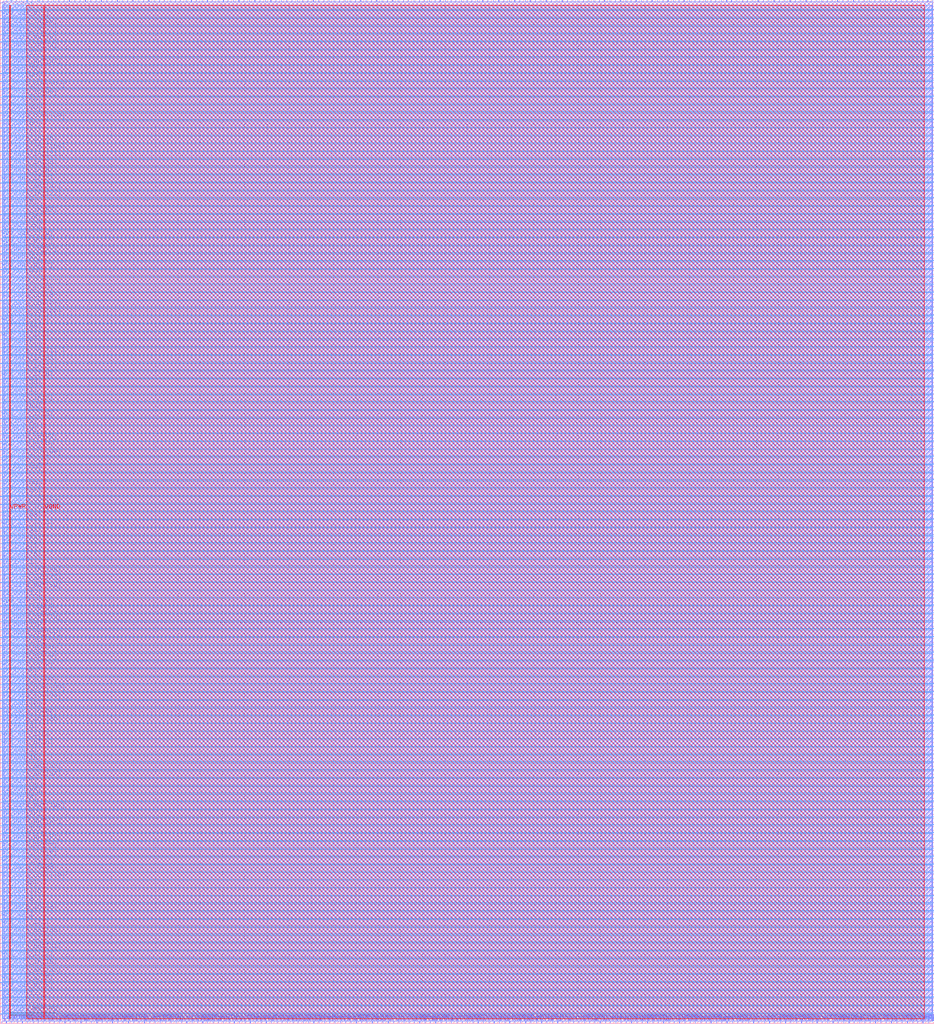
<source format=lef>
VERSION 5.7 ;
  NOWIREEXTENSIONATPIN ON ;
  DIVIDERCHAR "/" ;
  BUSBITCHARS "[]" ;
MACRO Ibtida_top_dffram_cv
  CLASS BLOCK ;
  FOREIGN Ibtida_top_dffram_cv ;
  ORIGIN 0.000 0.000 ;
  SIZE 2100.000 BY 2300.000 ;
  PIN io_in[0]
    DIRECTION INPUT ;
    PORT
      LAYER met2 ;
        RECT 179.490 2296.000 179.770 2300.000 ;
    END
  END io_in[0]
  PIN io_in[10]
    DIRECTION INPUT ;
    PORT
      LAYER met3 ;
        RECT 2096.000 869.080 2100.000 869.680 ;
    END
  END io_in[10]
  PIN io_in[11]
    DIRECTION INPUT ;
    PORT
      LAYER met2 ;
        RECT 1644.130 2296.000 1644.410 2300.000 ;
    END
  END io_in[11]
  PIN io_in[12]
    DIRECTION INPUT ;
    PORT
      LAYER met2 ;
        RECT 1587.090 0.000 1587.370 4.000 ;
    END
  END io_in[12]
  PIN io_in[13]
    DIRECTION INPUT ;
    PORT
      LAYER met3 ;
        RECT 0.000 1342.360 4.000 1342.960 ;
    END
  END io_in[13]
  PIN io_in[14]
    DIRECTION INPUT ;
    PORT
      LAYER met3 ;
        RECT 0.000 496.440 4.000 497.040 ;
    END
  END io_in[14]
  PIN io_in[15]
    DIRECTION INPUT ;
    PORT
      LAYER met2 ;
        RECT 298.170 2296.000 298.450 2300.000 ;
    END
  END io_in[15]
  PIN io_in[16]
    DIRECTION INPUT ;
    PORT
      LAYER met2 ;
        RECT 431.570 0.000 431.850 4.000 ;
    END
  END io_in[16]
  PIN io_in[17]
    DIRECTION INPUT ;
    PORT
      LAYER met2 ;
        RECT 1263.250 2296.000 1263.530 2300.000 ;
    END
  END io_in[17]
  PIN io_in[18]
    DIRECTION INPUT ;
    PORT
      LAYER met2 ;
        RECT 1896.210 0.000 1896.490 4.000 ;
    END
  END io_in[18]
  PIN io_in[19]
    DIRECTION INPUT ;
    PORT
      LAYER met2 ;
        RECT 930.210 2296.000 930.490 2300.000 ;
    END
  END io_in[19]
  PIN io_in[1]
    DIRECTION INPUT ;
    PORT
      LAYER met3 ;
        RECT 2096.000 516.840 2100.000 517.440 ;
    END
  END io_in[1]
  PIN io_in[20]
    DIRECTION INPUT ;
    PORT
      LAYER met2 ;
        RECT 145.450 0.000 145.730 4.000 ;
    END
  END io_in[20]
  PIN io_in[21]
    DIRECTION INPUT ;
    PORT
      LAYER met3 ;
        RECT 0.000 1024.120 4.000 1024.720 ;
    END
  END io_in[21]
  PIN io_in[22]
    DIRECTION INPUT ;
    PORT
      LAYER met2 ;
        RECT 395.690 0.000 395.970 4.000 ;
    END
  END io_in[22]
  PIN io_in[23]
    DIRECTION INPUT ;
    PORT
      LAYER met2 ;
        RECT 1609.170 2296.000 1609.450 2300.000 ;
    END
  END io_in[23]
  PIN io_in[24]
    DIRECTION INPUT ;
    PORT
      LAYER met2 ;
        RECT 2062.730 0.000 2063.010 4.000 ;
    END
  END io_in[24]
  PIN io_in[25]
    DIRECTION INPUT ;
    PORT
      LAYER met3 ;
        RECT 0.000 777.960 4.000 778.560 ;
    END
  END io_in[25]
  PIN io_in[26]
    DIRECTION INPUT ;
    PORT
      LAYER met2 ;
        RECT 229.170 0.000 229.450 4.000 ;
    END
  END io_in[26]
  PIN io_in[27]
    DIRECTION INPUT ;
    PORT
      LAYER met3 ;
        RECT 0.000 1059.480 4.000 1060.080 ;
    END
  END io_in[27]
  PIN io_in[28]
    DIRECTION INPUT ;
    PORT
      LAYER met3 ;
        RECT 2096.000 1766.680 2100.000 1767.280 ;
    END
  END io_in[28]
  PIN io_in[29]
    DIRECTION INPUT ;
    PORT
      LAYER met2 ;
        RECT 466.530 0.000 466.810 4.000 ;
    END
  END io_in[29]
  PIN io_in[2]
    DIRECTION INPUT ;
    PORT
      LAYER met3 ;
        RECT 0.000 2275.320 4.000 2275.920 ;
    END
  END io_in[2]
  PIN io_in[30]
    DIRECTION INPUT ;
    PORT
      LAYER met2 ;
        RECT 1860.330 0.000 1860.610 4.000 ;
    END
  END io_in[30]
  PIN io_in[31]
    DIRECTION INPUT ;
    PORT
      LAYER met2 ;
        RECT 918.250 2296.000 918.530 2300.000 ;
    END
  END io_in[31]
  PIN io_in[32]
    DIRECTION INPUT ;
    PORT
      LAYER met3 ;
        RECT 0.000 303.320 4.000 303.920 ;
    END
  END io_in[32]
  PIN io_in[33]
    DIRECTION INPUT ;
    PORT
      LAYER met2 ;
        RECT 1013.010 2296.000 1013.290 2300.000 ;
    END
  END io_in[33]
  PIN io_in[34]
    DIRECTION INPUT ;
    PORT
      LAYER met2 ;
        RECT 870.410 2296.000 870.690 2300.000 ;
    END
  END io_in[34]
  PIN io_in[35]
    DIRECTION INPUT ;
    PORT
      LAYER met2 ;
        RECT 978.970 0.000 979.250 4.000 ;
    END
  END io_in[35]
  PIN io_in[36]
    DIRECTION INPUT ;
    PORT
      LAYER met3 ;
        RECT 2096.000 1819.720 2100.000 1820.320 ;
    END
  END io_in[36]
  PIN io_in[37]
    DIRECTION INPUT ;
    PORT
      LAYER met2 ;
        RECT 2037.890 2296.000 2038.170 2300.000 ;
    END
  END io_in[37]
  PIN io_in[3]
    DIRECTION INPUT ;
    PORT
      LAYER met3 ;
        RECT 2096.000 1274.360 2100.000 1274.960 ;
    END
  END io_in[3]
  PIN io_in[4]
    DIRECTION INPUT ;
    PORT
      LAYER met2 ;
        RECT 788.530 0.000 788.810 4.000 ;
    END
  END io_in[4]
  PIN io_in[5]
    DIRECTION INPUT ;
    PORT
      LAYER met2 ;
        RECT 311.970 0.000 312.250 4.000 ;
    END
  END io_in[5]
  PIN io_in[6]
    DIRECTION INPUT ;
    PORT
      LAYER met3 ;
        RECT 2096.000 2225.000 2100.000 2225.600 ;
    END
  END io_in[6]
  PIN io_in[7]
    DIRECTION INPUT ;
    PORT
      LAYER met2 ;
        RECT 1227.370 2296.000 1227.650 2300.000 ;
    END
  END io_in[7]
  PIN io_in[8]
    DIRECTION INPUT ;
    PORT
      LAYER met2 ;
        RECT 251.250 2296.000 251.530 2300.000 ;
    END
  END io_in[8]
  PIN io_in[9]
    DIRECTION INPUT ;
    PORT
      LAYER met2 ;
        RECT 512.530 2296.000 512.810 2300.000 ;
    END
  END io_in[9]
  PIN io_oeb[0]
    DIRECTION OUTPUT TRISTATE ;
    PORT
      LAYER met3 ;
        RECT 2096.000 1256.680 2100.000 1257.280 ;
    END
  END io_oeb[0]
  PIN io_oeb[10]
    DIRECTION OUTPUT TRISTATE ;
    PORT
      LAYER met3 ;
        RECT 2096.000 2012.840 2100.000 2013.440 ;
    END
  END io_oeb[10]
  PIN io_oeb[11]
    DIRECTION OUTPUT TRISTATE ;
    PORT
      LAYER met3 ;
        RECT 2096.000 1009.160 2100.000 1009.760 ;
    END
  END io_oeb[11]
  PIN io_oeb[12]
    DIRECTION OUTPUT TRISTATE ;
    PORT
      LAYER met3 ;
        RECT 0.000 707.240 4.000 707.840 ;
    END
  END io_oeb[12]
  PIN io_oeb[13]
    DIRECTION OUTPUT TRISTATE ;
    PORT
      LAYER met2 ;
        RECT 536.450 2296.000 536.730 2300.000 ;
    END
  END io_oeb[13]
  PIN io_oeb[14]
    DIRECTION OUTPUT TRISTATE ;
    PORT
      LAYER met2 ;
        RECT 383.730 0.000 384.010 4.000 ;
    END
  END io_oeb[14]
  PIN io_oeb[15]
    DIRECTION OUTPUT TRISTATE ;
    PORT
      LAYER met3 ;
        RECT 2096.000 217.640 2100.000 218.240 ;
    END
  END io_oeb[15]
  PIN io_oeb[16]
    DIRECTION OUTPUT TRISTATE ;
    PORT
      LAYER met3 ;
        RECT 0.000 584.840 4.000 585.440 ;
    END
  END io_oeb[16]
  PIN io_oeb[17]
    DIRECTION OUTPUT TRISTATE ;
    PORT
      LAYER met3 ;
        RECT 2096.000 973.800 2100.000 974.400 ;
    END
  END io_oeb[17]
  PIN io_oeb[18]
    DIRECTION OUTPUT TRISTATE ;
    PORT
      LAYER met2 ;
        RECT 1539.250 0.000 1539.530 4.000 ;
    END
  END io_oeb[18]
  PIN io_oeb[19]
    DIRECTION OUTPUT TRISTATE ;
    PORT
      LAYER met2 ;
        RECT 288.050 0.000 288.330 4.000 ;
    END
  END io_oeb[19]
  PIN io_oeb[1]
    DIRECTION OUTPUT TRISTATE ;
    PORT
      LAYER met2 ;
        RECT 620.170 2296.000 620.450 2300.000 ;
    END
  END io_oeb[1]
  PIN io_oeb[20]
    DIRECTION OUTPUT TRISTATE ;
    PORT
      LAYER met3 ;
        RECT 2096.000 1977.480 2100.000 1978.080 ;
    END
  END io_oeb[20]
  PIN io_oeb[21]
    DIRECTION OUTPUT TRISTATE ;
    PORT
      LAYER met2 ;
        RECT 1525.450 2296.000 1525.730 2300.000 ;
    END
  END io_oeb[21]
  PIN io_oeb[22]
    DIRECTION OUTPUT TRISTATE ;
    PORT
      LAYER met3 ;
        RECT 0.000 38.120 4.000 38.720 ;
    END
  END io_oeb[22]
  PIN io_oeb[23]
    DIRECTION OUTPUT TRISTATE ;
    PORT
      LAYER met3 ;
        RECT 0.000 267.960 4.000 268.560 ;
    END
  END io_oeb[23]
  PIN io_oeb[24]
    DIRECTION OUTPUT TRISTATE ;
    PORT
      LAYER met3 ;
        RECT 0.000 1094.840 4.000 1095.440 ;
    END
  END io_oeb[24]
  PIN io_oeb[25]
    DIRECTION OUTPUT TRISTATE ;
    PORT
      LAYER met2 ;
        RECT 1598.130 0.000 1598.410 4.000 ;
    END
  END io_oeb[25]
  PIN io_oeb[26]
    DIRECTION OUTPUT TRISTATE ;
    PORT
      LAYER met2 ;
        RECT 1277.050 0.000 1277.330 4.000 ;
    END
  END io_oeb[26]
  PIN io_oeb[27]
    DIRECTION OUTPUT TRISTATE ;
    PORT
      LAYER met3 ;
        RECT 2096.000 2260.360 2100.000 2260.960 ;
    END
  END io_oeb[27]
  PIN io_oeb[28]
    DIRECTION OUTPUT TRISTATE ;
    PORT
      LAYER met2 ;
        RECT 1906.330 2296.000 1906.610 2300.000 ;
    END
  END io_oeb[28]
  PIN io_oeb[29]
    DIRECTION OUTPUT TRISTATE ;
    PORT
      LAYER met2 ;
        RECT 1920.130 0.000 1920.410 4.000 ;
    END
  END io_oeb[29]
  PIN io_oeb[2]
    DIRECTION OUTPUT TRISTATE ;
    PORT
      LAYER met2 ;
        RECT 1180.450 2296.000 1180.730 2300.000 ;
    END
  END io_oeb[2]
  PIN io_oeb[30]
    DIRECTION OUTPUT TRISTATE ;
    PORT
      LAYER met3 ;
        RECT 0.000 1041.800 4.000 1042.400 ;
    END
  END io_oeb[30]
  PIN io_oeb[31]
    DIRECTION OUTPUT TRISTATE ;
    PORT
      LAYER met2 ;
        RECT 1157.450 0.000 1157.730 4.000 ;
    END
  END io_oeb[31]
  PIN io_oeb[32]
    DIRECTION OUTPUT TRISTATE ;
    PORT
      LAYER met2 ;
        RECT 239.290 2296.000 239.570 2300.000 ;
    END
  END io_oeb[32]
  PIN io_oeb[33]
    DIRECTION OUTPUT TRISTATE ;
    PORT
      LAYER met2 ;
        RECT 59.890 2296.000 60.170 2300.000 ;
    END
  END io_oeb[33]
  PIN io_oeb[34]
    DIRECTION OUTPUT TRISTATE ;
    PORT
      LAYER met2 ;
        RECT 323.930 0.000 324.210 4.000 ;
    END
  END io_oeb[34]
  PIN io_oeb[35]
    DIRECTION OUTPUT TRISTATE ;
    PORT
      LAYER met3 ;
        RECT 0.000 1183.240 4.000 1183.840 ;
    END
  END io_oeb[35]
  PIN io_oeb[36]
    DIRECTION OUTPUT TRISTATE ;
    PORT
      LAYER met2 ;
        RECT 143.610 2296.000 143.890 2300.000 ;
    END
  END io_oeb[36]
  PIN io_oeb[37]
    DIRECTION OUTPUT TRISTATE ;
    PORT
      LAYER met3 ;
        RECT 2096.000 1343.720 2100.000 1344.320 ;
    END
  END io_oeb[37]
  PIN io_oeb[3]
    DIRECTION OUTPUT TRISTATE ;
    PORT
      LAYER met3 ;
        RECT 0.000 602.520 4.000 603.120 ;
    END
  END io_oeb[3]
  PIN io_oeb[4]
    DIRECTION OUTPUT TRISTATE ;
    PORT
      LAYER met2 ;
        RECT 2002.010 2296.000 2002.290 2300.000 ;
    END
  END io_oeb[4]
  PIN io_oeb[5]
    DIRECTION OUTPUT TRISTATE ;
    PORT
      LAYER met2 ;
        RECT 691.930 2296.000 692.210 2300.000 ;
    END
  END io_oeb[5]
  PIN io_oeb[6]
    DIRECTION OUTPUT TRISTATE ;
    PORT
      LAYER met2 ;
        RECT 2096.770 2296.000 2097.050 2300.000 ;
    END
  END io_oeb[6]
  PIN io_oeb[7]
    DIRECTION OUTPUT TRISTATE ;
    PORT
      LAYER met2 ;
        RECT 1014.850 0.000 1015.130 4.000 ;
    END
  END io_oeb[7]
  PIN io_oeb[8]
    DIRECTION OUTPUT TRISTATE ;
    PORT
      LAYER met2 ;
        RECT 1715.890 2296.000 1716.170 2300.000 ;
    END
  END io_oeb[8]
  PIN io_oeb[9]
    DIRECTION OUTPUT TRISTATE ;
    PORT
      LAYER met2 ;
        RECT 419.610 0.000 419.890 4.000 ;
    END
  END io_oeb[9]
  PIN io_out[0]
    DIRECTION OUTPUT TRISTATE ;
    PORT
      LAYER met2 ;
        RECT 572.330 2296.000 572.610 2300.000 ;
    END
  END io_out[0]
  PIN io_out[10]
    DIRECTION OUTPUT TRISTATE ;
    PORT
      LAYER met2 ;
        RECT 477.570 2296.000 477.850 2300.000 ;
    END
  END io_out[10]
  PIN io_out[11]
    DIRECTION OUTPUT TRISTATE ;
    PORT
      LAYER met2 ;
        RECT 526.330 0.000 526.610 4.000 ;
    END
  END io_out[11]
  PIN io_out[12]
    DIRECTION OUTPUT TRISTATE ;
    PORT
      LAYER met2 ;
        RECT 1479.450 0.000 1479.730 4.000 ;
    END
  END io_out[12]
  PIN io_out[13]
    DIRECTION OUTPUT TRISTATE ;
    PORT
      LAYER met2 ;
        RECT 1551.210 0.000 1551.490 4.000 ;
    END
  END io_out[13]
  PIN io_out[14]
    DIRECTION OUTPUT TRISTATE ;
    PORT
      LAYER met3 ;
        RECT 2096.000 1203.640 2100.000 1204.240 ;
    END
  END io_out[14]
  PIN io_out[15]
    DIRECTION OUTPUT TRISTATE ;
    PORT
      LAYER met3 ;
        RECT 2096.000 2065.880 2100.000 2066.480 ;
    END
  END io_out[15]
  PIN io_out[16]
    DIRECTION OUTPUT TRISTATE ;
    PORT
      LAYER met3 ;
        RECT 0.000 2063.160 4.000 2063.760 ;
    END
  END io_out[16]
  PIN io_out[17]
    DIRECTION OUTPUT TRISTATE ;
    PORT
      LAYER met2 ;
        RECT 25.850 0.000 26.130 4.000 ;
    END
  END io_out[17]
  PIN io_out[18]
    DIRECTION OUTPUT TRISTATE ;
    PORT
      LAYER met2 ;
        RECT 205.250 0.000 205.530 4.000 ;
    END
  END io_out[18]
  PIN io_out[19]
    DIRECTION OUTPUT TRISTATE ;
    PORT
      LAYER met2 ;
        RECT 1311.090 2296.000 1311.370 2300.000 ;
    END
  END io_out[19]
  PIN io_out[1]
    DIRECTION OUTPUT TRISTATE ;
    PORT
      LAYER met3 ;
        RECT 0.000 531.800 4.000 532.400 ;
    END
  END io_out[1]
  PIN io_out[20]
    DIRECTION OUTPUT TRISTATE ;
    PORT
      LAYER met2 ;
        RECT 1193.330 0.000 1193.610 4.000 ;
    END
  END io_out[20]
  PIN io_out[21]
    DIRECTION OUTPUT TRISTATE ;
    PORT
      LAYER met2 ;
        RECT 240.210 0.000 240.490 4.000 ;
    END
  END io_out[21]
  PIN io_out[22]
    DIRECTION OUTPUT TRISTATE ;
    PORT
      LAYER met2 ;
        RECT 502.410 0.000 502.690 4.000 ;
    END
  END io_out[22]
  PIN io_out[23]
    DIRECTION OUTPUT TRISTATE ;
    PORT
      LAYER met2 ;
        RECT 1729.690 0.000 1729.970 4.000 ;
    END
  END io_out[23]
  PIN io_out[24]
    DIRECTION OUTPUT TRISTATE ;
    PORT
      LAYER met3 ;
        RECT 2096.000 1396.760 2100.000 1397.360 ;
    END
  END io_out[24]
  PIN io_out[25]
    DIRECTION OUTPUT TRISTATE ;
    PORT
      LAYER met3 ;
        RECT 0.000 1781.640 4.000 1782.240 ;
    END
  END io_out[25]
  PIN io_out[26]
    DIRECTION OUTPUT TRISTATE ;
    PORT
      LAYER met2 ;
        RECT 407.650 0.000 407.930 4.000 ;
    END
  END io_out[26]
  PIN io_out[27]
    DIRECTION OUTPUT TRISTATE ;
    PORT
      LAYER met2 ;
        RECT 584.290 2296.000 584.570 2300.000 ;
    END
  END io_out[27]
  PIN io_out[28]
    DIRECTION OUTPUT TRISTATE ;
    PORT
      LAYER met2 ;
        RECT 455.490 0.000 455.770 4.000 ;
    END
  END io_out[28]
  PIN io_out[29]
    DIRECTION OUTPUT TRISTATE ;
    PORT
      LAYER met3 ;
        RECT 0.000 1200.920 4.000 1201.520 ;
    END
  END io_out[29]
  PIN io_out[2]
    DIRECTION OUTPUT TRISTATE ;
    PORT
      LAYER met3 ;
        RECT 2096.000 2154.280 2100.000 2154.880 ;
    END
  END io_out[2]
  PIN io_out[30]
    DIRECTION OUTPUT TRISTATE ;
    PORT
      LAYER met2 ;
        RECT 989.090 2296.000 989.370 2300.000 ;
    END
  END io_out[30]
  PIN io_out[31]
    DIRECTION OUTPUT TRISTATE ;
    PORT
      LAYER met3 ;
        RECT 2096.000 393.080 2100.000 393.680 ;
    END
  END io_out[31]
  PIN io_out[32]
    DIRECTION OUTPUT TRISTATE ;
    PORT
      LAYER met2 ;
        RECT 1358.930 2296.000 1359.210 2300.000 ;
    END
  END io_out[32]
  PIN io_out[33]
    DIRECTION OUTPUT TRISTATE ;
    PORT
      LAYER met2 ;
        RECT 906.290 2296.000 906.570 2300.000 ;
    END
  END io_out[33]
  PIN io_out[34]
    DIRECTION OUTPUT TRISTATE ;
    PORT
      LAYER met2 ;
        RECT 417.770 2296.000 418.050 2300.000 ;
    END
  END io_out[34]
  PIN io_out[35]
    DIRECTION OUTPUT TRISTATE ;
    PORT
      LAYER met3 ;
        RECT 2096.000 499.160 2100.000 499.760 ;
    END
  END io_out[35]
  PIN io_out[36]
    DIRECTION OUTPUT TRISTATE ;
    PORT
      LAYER met3 ;
        RECT 0.000 1429.400 4.000 1430.000 ;
    END
  END io_out[36]
  PIN io_out[37]
    DIRECTION OUTPUT TRISTATE ;
    PORT
      LAYER met3 ;
        RECT 2096.000 2118.920 2100.000 2119.520 ;
    END
  END io_out[37]
  PIN io_out[3]
    DIRECTION OUTPUT TRISTATE ;
    PORT
      LAYER met2 ;
        RECT 1394.810 2296.000 1395.090 2300.000 ;
    END
  END io_out[3]
  PIN io_out[4]
    DIRECTION OUTPUT TRISTATE ;
    PORT
      LAYER met3 ;
        RECT 2096.000 780.680 2100.000 781.280 ;
    END
  END io_out[4]
  PIN io_out[5]
    DIRECTION OUTPUT TRISTATE ;
    PORT
      LAYER met3 ;
        RECT 0.000 1324.680 4.000 1325.280 ;
    END
  END io_out[5]
  PIN io_out[6]
    DIRECTION OUTPUT TRISTATE ;
    PORT
      LAYER met2 ;
        RECT 1763.730 2296.000 1764.010 2300.000 ;
    END
  END io_out[6]
  PIN io_out[7]
    DIRECTION OUTPUT TRISTATE ;
    PORT
      LAYER met2 ;
        RECT 538.290 0.000 538.570 4.000 ;
    END
  END io_out[7]
  PIN io_out[8]
    DIRECTION OUTPUT TRISTATE ;
    PORT
      LAYER met2 ;
        RECT 1181.370 0.000 1181.650 4.000 ;
    END
  END io_out[8]
  PIN io_out[9]
    DIRECTION OUTPUT TRISTATE ;
    PORT
      LAYER met2 ;
        RECT 310.130 2296.000 310.410 2300.000 ;
    END
  END io_out[9]
  PIN la_data_in[0]
    DIRECTION INPUT ;
    PORT
      LAYER met2 ;
        RECT 1026.810 0.000 1027.090 4.000 ;
    END
  END la_data_in[0]
  PIN la_data_in[100]
    DIRECTION INPUT ;
    PORT
      LAYER met3 ;
        RECT 2096.000 340.040 2100.000 340.640 ;
    END
  END la_data_in[100]
  PIN la_data_in[101]
    DIRECTION INPUT ;
    PORT
      LAYER met3 ;
        RECT 2096.000 5.480 2100.000 6.080 ;
    END
  END la_data_in[101]
  PIN la_data_in[102]
    DIRECTION INPUT ;
    PORT
      LAYER met2 ;
        RECT 703.890 2296.000 704.170 2300.000 ;
    END
  END la_data_in[102]
  PIN la_data_in[103]
    DIRECTION INPUT ;
    PORT
      LAYER met2 ;
        RECT 1870.450 2296.000 1870.730 2300.000 ;
    END
  END la_data_in[103]
  PIN la_data_in[104]
    DIRECTION INPUT ;
    PORT
      LAYER met2 ;
        RECT 1429.770 2296.000 1430.050 2300.000 ;
    END
  END la_data_in[104]
  PIN la_data_in[105]
    DIRECTION INPUT ;
    PORT
      LAYER met2 ;
        RECT 1657.930 0.000 1658.210 4.000 ;
    END
  END la_data_in[105]
  PIN la_data_in[106]
    DIRECTION INPUT ;
    PORT
      LAYER met3 ;
        RECT 0.000 1007.800 4.000 1008.400 ;
    END
  END la_data_in[106]
  PIN la_data_in[107]
    DIRECTION INPUT ;
    PORT
      LAYER met3 ;
        RECT 2096.000 639.240 2100.000 639.840 ;
    END
  END la_data_in[107]
  PIN la_data_in[108]
    DIRECTION INPUT ;
    PORT
      LAYER met2 ;
        RECT 1990.050 2296.000 1990.330 2300.000 ;
    END
  END la_data_in[108]
  PIN la_data_in[109]
    DIRECTION INPUT ;
    PORT
      LAYER met3 ;
        RECT 0.000 866.360 4.000 866.960 ;
    END
  END la_data_in[109]
  PIN la_data_in[10]
    DIRECTION INPUT ;
    PORT
      LAYER met3 ;
        RECT 0.000 1728.600 4.000 1729.200 ;
    END
  END la_data_in[10]
  PIN la_data_in[110]
    DIRECTION INPUT ;
    PORT
      LAYER met2 ;
        RECT 37.810 0.000 38.090 4.000 ;
    END
  END la_data_in[110]
  PIN la_data_in[111]
    DIRECTION INPUT ;
    PORT
      LAYER met3 ;
        RECT 0.000 848.680 4.000 849.280 ;
    END
  END la_data_in[111]
  PIN la_data_in[112]
    DIRECTION INPUT ;
    PORT
      LAYER met2 ;
        RECT 1765.570 0.000 1765.850 4.000 ;
    END
  END la_data_in[112]
  PIN la_data_in[113]
    DIRECTION INPUT ;
    PORT
      LAYER met2 ;
        RECT 1884.250 0.000 1884.530 4.000 ;
    END
  END la_data_in[113]
  PIN la_data_in[114]
    DIRECTION INPUT ;
    PORT
      LAYER met2 ;
        RECT 727.810 2296.000 728.090 2300.000 ;
    END
  END la_data_in[114]
  PIN la_data_in[115]
    DIRECTION INPUT ;
    PORT
      LAYER met3 ;
        RECT 0.000 901.720 4.000 902.320 ;
    END
  END la_data_in[115]
  PIN la_data_in[116]
    DIRECTION INPUT ;
    PORT
      LAYER met2 ;
        RECT 335.890 0.000 336.170 4.000 ;
    END
  END la_data_in[116]
  PIN la_data_in[117]
    DIRECTION INPUT ;
    PORT
      LAYER met2 ;
        RECT 1585.250 2296.000 1585.530 2300.000 ;
    END
  END la_data_in[117]
  PIN la_data_in[118]
    DIRECTION INPUT ;
    PORT
      LAYER met2 ;
        RECT 1360.770 0.000 1361.050 4.000 ;
    END
  END la_data_in[118]
  PIN la_data_in[119]
    DIRECTION INPUT ;
    PORT
      LAYER met2 ;
        RECT 133.490 0.000 133.770 4.000 ;
    END
  END la_data_in[119]
  PIN la_data_in[11]
    DIRECTION INPUT ;
    PORT
      LAYER met2 ;
        RECT 71.850 2296.000 72.130 2300.000 ;
    END
  END la_data_in[11]
  PIN la_data_in[120]
    DIRECTION INPUT ;
    PORT
      LAYER met3 ;
        RECT 0.000 673.240 4.000 673.840 ;
    END
  END la_data_in[120]
  PIN la_data_in[121]
    DIRECTION INPUT ;
    PORT
      LAYER met3 ;
        RECT 0.000 1940.760 4.000 1941.360 ;
    END
  END la_data_in[121]
  PIN la_data_in[122]
    DIRECTION INPUT ;
    PORT
      LAYER met3 ;
        RECT 0.000 1852.360 4.000 1852.960 ;
    END
  END la_data_in[122]
  PIN la_data_in[123]
    DIRECTION INPUT ;
    PORT
      LAYER met3 ;
        RECT 2096.000 922.120 2100.000 922.720 ;
    END
  END la_data_in[123]
  PIN la_data_in[124]
    DIRECTION INPUT ;
    PORT
      LAYER met3 ;
        RECT 0.000 724.920 4.000 725.520 ;
    END
  END la_data_in[124]
  PIN la_data_in[125]
    DIRECTION INPUT ;
    PORT
      LAYER met2 ;
        RECT 2039.730 0.000 2040.010 4.000 ;
    END
  END la_data_in[125]
  PIN la_data_in[126]
    DIRECTION INPUT ;
    PORT
      LAYER met3 ;
        RECT 2096.000 1749.000 2100.000 1749.600 ;
    END
  END la_data_in[126]
  PIN la_data_in[127]
    DIRECTION INPUT ;
    PORT
      LAYER met2 ;
        RECT 131.650 2296.000 131.930 2300.000 ;
    END
  END la_data_in[127]
  PIN la_data_in[12]
    DIRECTION INPUT ;
    PORT
      LAYER met3 ;
        RECT 2096.000 2278.040 2100.000 2278.640 ;
    END
  END la_data_in[12]
  PIN la_data_in[13]
    DIRECTION INPUT ;
    PORT
      LAYER met2 ;
        RECT 550.250 0.000 550.530 4.000 ;
    END
  END la_data_in[13]
  PIN la_data_in[14]
    DIRECTION INPUT ;
    PORT
      LAYER met2 ;
        RECT 514.370 0.000 514.650 4.000 ;
    END
  END la_data_in[14]
  PIN la_data_in[15]
    DIRECTION INPUT ;
    PORT
      LAYER met2 ;
        RECT 858.450 2296.000 858.730 2300.000 ;
    END
  END la_data_in[15]
  PIN la_data_in[16]
    DIRECTION INPUT ;
    PORT
      LAYER met3 ;
        RECT 0.000 126.520 4.000 127.120 ;
    END
  END la_data_in[16]
  PIN la_data_in[17]
    DIRECTION INPUT ;
    PORT
      LAYER met2 ;
        RECT 157.410 0.000 157.690 4.000 ;
    END
  END la_data_in[17]
  PIN la_data_in[18]
    DIRECTION INPUT ;
    PORT
      LAYER met2 ;
        RECT 548.410 2296.000 548.690 2300.000 ;
    END
  END la_data_in[18]
  PIN la_data_in[19]
    DIRECTION INPUT ;
    PORT
      LAYER met2 ;
        RECT 1932.090 0.000 1932.370 4.000 ;
    END
  END la_data_in[19]
  PIN la_data_in[1]
    DIRECTION INPUT ;
    PORT
      LAYER met2 ;
        RECT 1751.770 2296.000 1752.050 2300.000 ;
    END
  END la_data_in[1]
  PIN la_data_in[20]
    DIRECTION INPUT ;
    PORT
      LAYER met3 ;
        RECT 2096.000 481.480 2100.000 482.080 ;
    END
  END la_data_in[20]
  PIN la_data_in[21]
    DIRECTION INPUT ;
    PORT
      LAYER met2 ;
        RECT 1383.770 0.000 1384.050 4.000 ;
    END
  END la_data_in[21]
  PIN la_data_in[22]
    DIRECTION INPUT ;
    PORT
      LAYER met2 ;
        RECT 181.330 0.000 181.610 4.000 ;
    END
  END la_data_in[22]
  PIN la_data_in[23]
    DIRECTION INPUT ;
    PORT
      LAYER met3 ;
        RECT 2096.000 2083.560 2100.000 2084.160 ;
    END
  END la_data_in[23]
  PIN la_data_in[24]
    DIRECTION INPUT ;
    PORT
      LAYER met3 ;
        RECT 2096.000 1150.600 2100.000 1151.200 ;
    END
  END la_data_in[24]
  PIN la_data_in[25]
    DIRECTION INPUT ;
    PORT
      LAYER met3 ;
        RECT 2096.000 1502.840 2100.000 1503.440 ;
    END
  END la_data_in[25]
  PIN la_data_in[26]
    DIRECTION INPUT ;
    PORT
      LAYER met2 ;
        RECT 750.810 2296.000 751.090 2300.000 ;
    END
  END la_data_in[26]
  PIN la_data_in[27]
    DIRECTION INPUT ;
    PORT
      LAYER met3 ;
        RECT 0.000 1464.760 4.000 1465.360 ;
    END
  END la_data_in[27]
  PIN la_data_in[28]
    DIRECTION INPUT ;
    PORT
      LAYER met3 ;
        RECT 2096.000 463.800 2100.000 464.400 ;
    END
  END la_data_in[28]
  PIN la_data_in[29]
    DIRECTION INPUT ;
    PORT
      LAYER met2 ;
        RECT 668.010 2296.000 668.290 2300.000 ;
    END
  END la_data_in[29]
  PIN la_data_in[2]
    DIRECTION INPUT ;
    PORT
      LAYER met3 ;
        RECT 0.000 1641.560 4.000 1642.160 ;
    END
  END la_data_in[2]
  PIN la_data_in[30]
    DIRECTION INPUT ;
    PORT
      LAYER met2 ;
        RECT 645.930 0.000 646.210 4.000 ;
    END
  END la_data_in[30]
  PIN la_data_in[31]
    DIRECTION INPUT ;
    PORT
      LAYER met3 ;
        RECT 2096.000 2136.600 2100.000 2137.200 ;
    END
  END la_data_in[31]
  PIN la_data_in[32]
    DIRECTION INPUT ;
    PORT
      LAYER met3 ;
        RECT 2096.000 939.800 2100.000 940.400 ;
    END
  END la_data_in[32]
  PIN la_data_in[33]
    DIRECTION INPUT ;
    PORT
      LAYER met3 ;
        RECT 0.000 338.680 4.000 339.280 ;
    END
  END la_data_in[33]
  PIN la_data_in[34]
    DIRECTION INPUT ;
    PORT
      LAYER met3 ;
        RECT 2096.000 1713.640 2100.000 1714.240 ;
    END
  END la_data_in[34]
  PIN la_data_in[35]
    DIRECTION INPUT ;
    PORT
      LAYER met2 ;
        RECT 1489.570 2296.000 1489.850 2300.000 ;
    END
  END la_data_in[35]
  PIN la_data_in[36]
    DIRECTION INPUT ;
    PORT
      LAYER met3 ;
        RECT 0.000 1923.080 4.000 1923.680 ;
    END
  END la_data_in[36]
  PIN la_data_in[37]
    DIRECTION INPUT ;
    PORT
      LAYER met3 ;
        RECT 0.000 2222.280 4.000 2222.880 ;
    END
  END la_data_in[37]
  PIN la_data_in[38]
    DIRECTION INPUT ;
    PORT
      LAYER met3 ;
        RECT 2096.000 1872.760 2100.000 1873.360 ;
    END
  END la_data_in[38]
  PIN la_data_in[39]
    DIRECTION INPUT ;
    PORT
      LAYER met3 ;
        RECT 2096.000 1608.920 2100.000 1609.520 ;
    END
  END la_data_in[39]
  PIN la_data_in[3]
    DIRECTION INPUT ;
    PORT
      LAYER met2 ;
        RECT 169.370 0.000 169.650 4.000 ;
    END
  END la_data_in[3]
  PIN la_data_in[40]
    DIRECTION INPUT ;
    PORT
      LAYER met3 ;
        RECT 0.000 1976.120 4.000 1976.720 ;
    END
  END la_data_in[40]
  PIN la_data_in[41]
    DIRECTION INPUT ;
    PORT
      LAYER met2 ;
        RECT 1323.050 2296.000 1323.330 2300.000 ;
    END
  END la_data_in[41]
  PIN la_data_in[42]
    DIRECTION INPUT ;
    PORT
      LAYER met3 ;
        RECT 0.000 250.280 4.000 250.880 ;
    END
  END la_data_in[42]
  PIN la_data_in[43]
    DIRECTION INPUT ;
    PORT
      LAYER met3 ;
        RECT 0.000 2186.920 4.000 2187.520 ;
    END
  END la_data_in[43]
  PIN la_data_in[44]
    DIRECTION INPUT ;
    PORT
      LAYER met3 ;
        RECT 2096.000 410.760 2100.000 411.360 ;
    END
  END la_data_in[44]
  PIN la_data_in[45]
    DIRECTION INPUT ;
    PORT
      LAYER met2 ;
        RECT 1346.970 2296.000 1347.250 2300.000 ;
    END
  END la_data_in[45]
  PIN la_data_in[46]
    DIRECTION INPUT ;
    PORT
      LAYER met2 ;
        RECT 47.930 2296.000 48.210 2300.000 ;
    END
  END la_data_in[46]
  PIN la_data_in[47]
    DIRECTION INPUT ;
    PORT
      LAYER met2 ;
        RECT 657.890 0.000 658.170 4.000 ;
    END
  END la_data_in[47]
  PIN la_data_in[48]
    DIRECTION INPUT ;
    PORT
      LAYER met2 ;
        RECT 1681.850 0.000 1682.130 4.000 ;
    END
  END la_data_in[48]
  PIN la_data_in[49]
    DIRECTION INPUT ;
    PORT
      LAYER met2 ;
        RECT 1513.490 2296.000 1513.770 2300.000 ;
    END
  END la_data_in[49]
  PIN la_data_in[4]
    DIRECTION INPUT ;
    PORT
      LAYER met2 ;
        RECT 2.850 0.000 3.130 4.000 ;
    END
  END la_data_in[4]
  PIN la_data_in[50]
    DIRECTION INPUT ;
    PORT
      LAYER met3 ;
        RECT 2096.000 1660.600 2100.000 1661.200 ;
    END
  END la_data_in[50]
  PIN la_data_in[51]
    DIRECTION INPUT ;
    PORT
      LAYER met3 ;
        RECT 0.000 919.400 4.000 920.000 ;
    END
  END la_data_in[51]
  PIN la_data_in[52]
    DIRECTION INPUT ;
    PORT
      LAYER met2 ;
        RECT 121.530 0.000 121.810 4.000 ;
    END
  END la_data_in[52]
  PIN la_data_in[53]
    DIRECTION INPUT ;
    PORT
      LAYER met3 ;
        RECT 2096.000 1115.240 2100.000 1115.840 ;
    END
  END la_data_in[53]
  PIN la_data_in[54]
    DIRECTION INPUT ;
    PORT
      LAYER met2 ;
        RECT 1573.290 2296.000 1573.570 2300.000 ;
    END
  END la_data_in[54]
  PIN la_data_in[55]
    DIRECTION INPUT ;
    PORT
      LAYER met2 ;
        RECT 2013.970 2296.000 2014.250 2300.000 ;
    END
  END la_data_in[55]
  PIN la_data_in[56]
    DIRECTION INPUT ;
    PORT
      LAYER met3 ;
        RECT 2096.000 2030.520 2100.000 2031.120 ;
    END
  END la_data_in[56]
  PIN la_data_in[57]
    DIRECTION INPUT ;
    PORT
      LAYER met3 ;
        RECT 2096.000 2101.240 2100.000 2101.840 ;
    END
  END la_data_in[57]
  PIN la_data_in[58]
    DIRECTION INPUT ;
    PORT
      LAYER met2 ;
        RECT 1813.410 0.000 1813.690 4.000 ;
    END
  END la_data_in[58]
  PIN la_data_in[59]
    DIRECTION INPUT ;
    PORT
      LAYER met2 ;
        RECT 2003.850 0.000 2004.130 4.000 ;
    END
  END la_data_in[59]
  PIN la_data_in[5]
    DIRECTION INPUT ;
    PORT
      LAYER met2 ;
        RECT 1515.330 0.000 1515.610 4.000 ;
    END
  END la_data_in[5]
  PIN la_data_in[60]
    DIRECTION INPUT ;
    PORT
      LAYER met3 ;
        RECT 0.000 831.000 4.000 831.600 ;
    END
  END la_data_in[60]
  PIN la_data_in[61]
    DIRECTION INPUT ;
    PORT
      LAYER met2 ;
        RECT 1621.130 2296.000 1621.410 2300.000 ;
    END
  END la_data_in[61]
  PIN la_data_in[62]
    DIRECTION INPUT ;
    PORT
      LAYER met3 ;
        RECT 2096.000 76.200 2100.000 76.800 ;
    END
  END la_data_in[62]
  PIN la_data_in[63]
    DIRECTION INPUT ;
    PORT
      LAYER met3 ;
        RECT 0.000 1482.440 4.000 1483.040 ;
    END
  END la_data_in[63]
  PIN la_data_in[64]
    DIRECTION INPUT ;
    PORT
      LAYER met2 ;
        RECT 1561.330 2296.000 1561.610 2300.000 ;
    END
  END la_data_in[64]
  PIN la_data_in[65]
    DIRECTION INPUT ;
    PORT
      LAYER met3 ;
        RECT 0.000 390.360 4.000 390.960 ;
    END
  END la_data_in[65]
  PIN la_data_in[66]
    DIRECTION INPUT ;
    PORT
      LAYER met2 ;
        RECT 1348.810 0.000 1349.090 4.000 ;
    END
  END la_data_in[66]
  PIN la_data_in[67]
    DIRECTION INPUT ;
    PORT
      LAYER met3 ;
        RECT 2096.000 886.760 2100.000 887.360 ;
    END
  END la_data_in[67]
  PIN la_data_in[68]
    DIRECTION INPUT ;
    PORT
      LAYER met3 ;
        RECT 0.000 2239.960 4.000 2240.560 ;
    END
  END la_data_in[68]
  PIN la_data_in[69]
    DIRECTION INPUT ;
    PORT
      LAYER met3 ;
        RECT 0.000 1817.000 4.000 1817.600 ;
    END
  END la_data_in[69]
  PIN la_data_in[6]
    DIRECTION INPUT ;
    PORT
      LAYER met3 ;
        RECT 2096.000 2189.640 2100.000 2190.240 ;
    END
  END la_data_in[6]
  PIN la_data_in[70]
    DIRECTION INPUT ;
    PORT
      LAYER met2 ;
        RECT 1335.010 2296.000 1335.290 2300.000 ;
    END
  END la_data_in[70]
  PIN la_data_in[71]
    DIRECTION INPUT ;
    PORT
      LAYER met2 ;
        RECT 1693.810 0.000 1694.090 4.000 ;
    END
  END la_data_in[71]
  PIN la_data_in[72]
    DIRECTION INPUT ;
    PORT
      LAYER met3 ;
        RECT 0.000 1147.880 4.000 1148.480 ;
    END
  END la_data_in[72]
  PIN la_data_in[73]
    DIRECTION INPUT ;
    PORT
      LAYER met2 ;
        RECT 203.410 2296.000 203.690 2300.000 ;
    END
  END la_data_in[73]
  PIN la_data_in[74]
    DIRECTION INPUT ;
    PORT
      LAYER met2 ;
        RECT 453.650 2296.000 453.930 2300.000 ;
    END
  END la_data_in[74]
  PIN la_data_in[75]
    DIRECTION INPUT ;
    PORT
      LAYER met2 ;
        RECT 812.450 0.000 812.730 4.000 ;
    END
  END la_data_in[75]
  PIN la_data_in[76]
    DIRECTION INPUT ;
    PORT
      LAYER met3 ;
        RECT 2096.000 745.320 2100.000 745.920 ;
    END
  END la_data_in[76]
  PIN la_data_in[77]
    DIRECTION INPUT ;
    PORT
      LAYER met3 ;
        RECT 2096.000 199.960 2100.000 200.560 ;
    END
  END la_data_in[77]
  PIN la_data_in[78]
    DIRECTION INPUT ;
    PORT
      LAYER met3 ;
        RECT 0.000 813.320 4.000 813.920 ;
    END
  END la_data_in[78]
  PIN la_data_in[79]
    DIRECTION INPUT ;
    PORT
      LAYER met2 ;
        RECT 1872.290 0.000 1872.570 4.000 ;
    END
  END la_data_in[79]
  PIN la_data_in[7]
    DIRECTION INPUT ;
    PORT
      LAYER met3 ;
        RECT 2096.000 1326.040 2100.000 1326.640 ;
    END
  END la_data_in[7]
  PIN la_data_in[80]
    DIRECTION INPUT ;
    PORT
      LAYER met2 ;
        RECT 1669.890 0.000 1670.170 4.000 ;
    END
  END la_data_in[80]
  PIN la_data_in[81]
    DIRECTION INPUT ;
    PORT
      LAYER met2 ;
        RECT 2051.690 0.000 2051.970 4.000 ;
    END
  END la_data_in[81]
  PIN la_data_in[82]
    DIRECTION INPUT ;
    PORT
      LAYER met3 ;
        RECT 2096.000 2048.200 2100.000 2048.800 ;
    END
  END la_data_in[82]
  PIN la_data_in[83]
    DIRECTION INPUT ;
    PORT
      LAYER met2 ;
        RECT 1001.050 2296.000 1001.330 2300.000 ;
    END
  END la_data_in[83]
  PIN la_data_in[84]
    DIRECTION INPUT ;
    PORT
      LAYER met2 ;
        RECT 97.610 0.000 97.890 4.000 ;
    END
  END la_data_in[84]
  PIN la_data_in[85]
    DIRECTION INPUT ;
    PORT
      LAYER met2 ;
        RECT 1217.250 0.000 1217.530 4.000 ;
    END
  END la_data_in[85]
  PIN la_data_in[86]
    DIRECTION INPUT ;
    PORT
      LAYER met3 ;
        RECT 0.000 2080.840 4.000 2081.440 ;
    END
  END la_data_in[86]
  PIN la_data_in[87]
    DIRECTION INPUT ;
    PORT
      LAYER met3 ;
        RECT 0.000 760.280 4.000 760.880 ;
    END
  END la_data_in[87]
  PIN la_data_in[88]
    DIRECTION INPUT ;
    PORT
      LAYER met2 ;
        RECT 1645.970 0.000 1646.250 4.000 ;
    END
  END la_data_in[88]
  PIN la_data_in[89]
    DIRECTION INPUT ;
    PORT
      LAYER met2 ;
        RECT 560.370 2296.000 560.650 2300.000 ;
    END
  END la_data_in[89]
  PIN la_data_in[8]
    DIRECTION INPUT ;
    PORT
      LAYER met2 ;
        RECT 1979.930 0.000 1980.210 4.000 ;
    END
  END la_data_in[8]
  PIN la_data_in[90]
    DIRECTION INPUT ;
    PORT
      LAYER met2 ;
        RECT 822.570 2296.000 822.850 2300.000 ;
    END
  END la_data_in[90]
  PIN la_data_in[91]
    DIRECTION INPUT ;
    PORT
      LAYER met2 ;
        RECT 1811.570 2296.000 1811.850 2300.000 ;
    END
  END la_data_in[91]
  PIN la_data_in[92]
    DIRECTION INPUT ;
    PORT
      LAYER met3 ;
        RECT 0.000 689.560 4.000 690.160 ;
    END
  END la_data_in[92]
  PIN la_data_in[93]
    DIRECTION INPUT ;
    PORT
      LAYER met3 ;
        RECT 0.000 1307.000 4.000 1307.600 ;
    END
  END la_data_in[93]
  PIN la_data_in[94]
    DIRECTION INPUT ;
    PORT
      LAYER met2 ;
        RECT 836.370 0.000 836.650 4.000 ;
    END
  END la_data_in[94]
  PIN la_data_in[95]
    DIRECTION INPUT ;
    PORT
      LAYER met2 ;
        RECT 441.690 2296.000 441.970 2300.000 ;
    END
  END la_data_in[95]
  PIN la_data_in[96]
    DIRECTION INPUT ;
    PORT
      LAYER met3 ;
        RECT 2096.000 446.120 2100.000 446.720 ;
    END
  END la_data_in[96]
  PIN la_data_in[97]
    DIRECTION INPUT ;
    PORT
      LAYER met3 ;
        RECT 0.000 1905.400 4.000 1906.000 ;
    END
  END la_data_in[97]
  PIN la_data_in[98]
    DIRECTION INPUT ;
    PORT
      LAYER met2 ;
        RECT 1455.530 0.000 1455.810 4.000 ;
    END
  END la_data_in[98]
  PIN la_data_in[99]
    DIRECTION INPUT ;
    PORT
      LAYER met3 ;
        RECT 2096.000 1379.080 2100.000 1379.680 ;
    END
  END la_data_in[99]
  PIN la_data_in[9]
    DIRECTION INPUT ;
    PORT
      LAYER met3 ;
        RECT 0.000 1394.040 4.000 1394.640 ;
    END
  END la_data_in[9]
  PIN la_data_out[0]
    DIRECTION OUTPUT TRISTATE ;
    PORT
      LAYER met2 ;
        RECT 1002.890 0.000 1003.170 4.000 ;
    END
  END la_data_out[0]
  PIN la_data_out[100]
    DIRECTION OUTPUT TRISTATE ;
    PORT
      LAYER met2 ;
        RECT 1908.170 0.000 1908.450 4.000 ;
    END
  END la_data_out[100]
  PIN la_data_out[101]
    DIRECTION OUTPUT TRISTATE ;
    PORT
      LAYER met3 ;
        RECT 2096.000 40.840 2100.000 41.440 ;
    END
  END la_data_out[101]
  PIN la_data_out[102]
    DIRECTION OUTPUT TRISTATE ;
    PORT
      LAYER met2 ;
        RECT 264.130 0.000 264.410 4.000 ;
    END
  END la_data_out[102]
  PIN la_data_out[103]
    DIRECTION OUTPUT TRISTATE ;
    PORT
      LAYER met2 ;
        RECT 109.570 0.000 109.850 4.000 ;
    END
  END la_data_out[103]
  PIN la_data_out[104]
    DIRECTION OUTPUT TRISTATE ;
    PORT
      LAYER met3 ;
        RECT 2096.000 1062.200 2100.000 1062.800 ;
    END
  END la_data_out[104]
  PIN la_data_out[105]
    DIRECTION OUTPUT TRISTATE ;
    PORT
      LAYER met3 ;
        RECT 0.000 478.760 4.000 479.360 ;
    END
  END la_data_out[105]
  PIN la_data_out[106]
    DIRECTION OUTPUT TRISTATE ;
    PORT
      LAYER met2 ;
        RECT 669.850 0.000 670.130 4.000 ;
    END
  END la_data_out[106]
  PIN la_data_out[107]
    DIRECTION OUTPUT TRISTATE ;
    PORT
      LAYER met3 ;
        RECT 0.000 2098.520 4.000 2099.120 ;
    END
  END la_data_out[107]
  PIN la_data_out[108]
    DIRECTION OUTPUT TRISTATE ;
    PORT
      LAYER met3 ;
        RECT 0.000 2027.800 4.000 2028.400 ;
    END
  END la_data_out[108]
  PIN la_data_out[109]
    DIRECTION OUTPUT TRISTATE ;
    PORT
      LAYER met3 ;
        RECT 0.000 1958.440 4.000 1959.040 ;
    END
  END la_data_out[109]
  PIN la_data_out[10]
    DIRECTION OUTPUT TRISTATE ;
    PORT
      LAYER met2 ;
        RECT 1954.170 2296.000 1954.450 2300.000 ;
    END
  END la_data_out[10]
  PIN la_data_out[110]
    DIRECTION OUTPUT TRISTATE ;
    PORT
      LAYER met2 ;
        RECT 1086.610 0.000 1086.890 4.000 ;
    END
  END la_data_out[110]
  PIN la_data_out[111]
    DIRECTION OUTPUT TRISTATE ;
    PORT
      LAYER met2 ;
        RECT 95.770 2296.000 96.050 2300.000 ;
    END
  END la_data_out[111]
  PIN la_data_out[112]
    DIRECTION OUTPUT TRISTATE ;
    PORT
      LAYER met2 ;
        RECT 1265.090 0.000 1265.370 4.000 ;
    END
  END la_data_out[112]
  PIN la_data_out[113]
    DIRECTION OUTPUT TRISTATE ;
    PORT
      LAYER met3 ;
        RECT 0.000 1500.120 4.000 1500.720 ;
    END
  END la_data_out[113]
  PIN la_data_out[114]
    DIRECTION OUTPUT TRISTATE ;
    PORT
      LAYER met2 ;
        RECT 1859.410 2296.000 1859.690 2300.000 ;
    END
  END la_data_out[114]
  PIN la_data_out[115]
    DIRECTION OUTPUT TRISTATE ;
    PORT
      LAYER met3 ;
        RECT 2096.000 2171.960 2100.000 2172.560 ;
    END
  END la_data_out[115]
  PIN la_data_out[116]
    DIRECTION OUTPUT TRISTATE ;
    PORT
      LAYER met2 ;
        RECT 1443.570 0.000 1443.850 4.000 ;
    END
  END la_data_out[116]
  PIN la_data_out[117]
    DIRECTION OUTPUT TRISTATE ;
    PORT
      LAYER met3 ;
        RECT 2096.000 763.000 2100.000 763.600 ;
    END
  END la_data_out[117]
  PIN la_data_out[118]
    DIRECTION OUTPUT TRISTATE ;
    PORT
      LAYER met3 ;
        RECT 2096.000 1044.520 2100.000 1045.120 ;
    END
  END la_data_out[118]
  PIN la_data_out[119]
    DIRECTION OUTPUT TRISTATE ;
    PORT
      LAYER met3 ;
        RECT 0.000 321.000 4.000 321.600 ;
    END
  END la_data_out[119]
  PIN la_data_out[11]
    DIRECTION OUTPUT TRISTATE ;
    PORT
      LAYER met3 ;
        RECT 0.000 1659.240 4.000 1659.840 ;
    END
  END la_data_out[11]
  PIN la_data_out[120]
    DIRECTION OUTPUT TRISTATE ;
    PORT
      LAYER met2 ;
        RECT 846.490 2296.000 846.770 2300.000 ;
    END
  END la_data_out[120]
  PIN la_data_out[121]
    DIRECTION OUTPUT TRISTATE ;
    PORT
      LAYER met2 ;
        RECT 346.010 2296.000 346.290 2300.000 ;
    END
  END la_data_out[121]
  PIN la_data_out[122]
    DIRECTION OUTPUT TRISTATE ;
    PORT
      LAYER met3 ;
        RECT 0.000 742.600 4.000 743.200 ;
    END
  END la_data_out[122]
  PIN la_data_out[123]
    DIRECTION OUTPUT TRISTATE ;
    PORT
      LAYER met2 ;
        RECT 681.810 0.000 682.090 4.000 ;
    END
  END la_data_out[123]
  PIN la_data_out[124]
    DIRECTION OUTPUT TRISTATE ;
    PORT
      LAYER met2 ;
        RECT 1465.650 2296.000 1465.930 2300.000 ;
    END
  END la_data_out[124]
  PIN la_data_out[125]
    DIRECTION OUTPUT TRISTATE ;
    PORT
      LAYER met3 ;
        RECT 2096.000 428.440 2100.000 429.040 ;
    END
  END la_data_out[125]
  PIN la_data_out[126]
    DIRECTION OUTPUT TRISTATE ;
    PORT
      LAYER met2 ;
        RECT 1038.770 0.000 1039.050 4.000 ;
    END
  END la_data_out[126]
  PIN la_data_out[127]
    DIRECTION OUTPUT TRISTATE ;
    PORT
      LAYER met2 ;
        RECT 1777.530 0.000 1777.810 4.000 ;
    END
  END la_data_out[127]
  PIN la_data_out[12]
    DIRECTION OUTPUT TRISTATE ;
    PORT
      LAYER met2 ;
        RECT 193.290 0.000 193.570 4.000 ;
    END
  END la_data_out[12]
  PIN la_data_out[13]
    DIRECTION OUTPUT TRISTATE ;
    PORT
      LAYER met2 ;
        RECT 1239.330 2296.000 1239.610 2300.000 ;
    END
  END la_data_out[13]
  PIN la_data_out[14]
    DIRECTION OUTPUT TRISTATE ;
    PORT
      LAYER met2 ;
        RECT 1417.810 2296.000 1418.090 2300.000 ;
    END
  END la_data_out[14]
  PIN la_data_out[15]
    DIRECTION OUTPUT TRISTATE ;
    PORT
      LAYER met2 ;
        RECT 824.410 0.000 824.690 4.000 ;
    END
  END la_data_out[15]
  PIN la_data_out[16]
    DIRECTION OUTPUT TRISTATE ;
    PORT
      LAYER met2 ;
        RECT 1944.050 0.000 1944.330 4.000 ;
    END
  END la_data_out[16]
  PIN la_data_out[17]
    DIRECTION OUTPUT TRISTATE ;
    PORT
      LAYER met2 ;
        RECT 608.210 2296.000 608.490 2300.000 ;
    END
  END la_data_out[17]
  PIN la_data_out[18]
    DIRECTION OUTPUT TRISTATE ;
    PORT
      LAYER met2 ;
        RECT 1527.290 0.000 1527.570 4.000 ;
    END
  END la_data_out[18]
  PIN la_data_out[19]
    DIRECTION OUTPUT TRISTATE ;
    PORT
      LAYER met3 ;
        RECT 2096.000 1695.960 2100.000 1696.560 ;
    END
  END la_data_out[19]
  PIN la_data_out[1]
    DIRECTION OUTPUT TRISTATE ;
    PORT
      LAYER met2 ;
        RECT 1084.770 2296.000 1085.050 2300.000 ;
    END
  END la_data_out[1]
  PIN la_data_out[20]
    DIRECTION OUTPUT TRISTATE ;
    PORT
      LAYER met3 ;
        RECT 2096.000 1908.120 2100.000 1908.720 ;
    END
  END la_data_out[20]
  PIN la_data_out[21]
    DIRECTION OUTPUT TRISTATE ;
    PORT
      LAYER met2 ;
        RECT 632.130 2296.000 632.410 2300.000 ;
    END
  END la_data_out[21]
  PIN la_data_out[22]
    DIRECTION OUTPUT TRISTATE ;
    PORT
      LAYER met3 ;
        RECT 0.000 1588.520 4.000 1589.120 ;
    END
  END la_data_out[22]
  PIN la_data_out[23]
    DIRECTION OUTPUT TRISTATE ;
    PORT
      LAYER met3 ;
        RECT 2096.000 674.600 2100.000 675.200 ;
    END
  END la_data_out[23]
  PIN la_data_out[24]
    DIRECTION OUTPUT TRISTATE ;
    PORT
      LAYER met3 ;
        RECT 0.000 1165.560 4.000 1166.160 ;
    END
  END la_data_out[24]
  PIN la_data_out[25]
    DIRECTION OUTPUT TRISTATE ;
    PORT
      LAYER met3 ;
        RECT 2096.000 1995.160 2100.000 1995.760 ;
    END
  END la_data_out[25]
  PIN la_data_out[26]
    DIRECTION OUTPUT TRISTATE ;
    PORT
      LAYER met3 ;
        RECT 2096.000 1290.680 2100.000 1291.280 ;
    END
  END la_data_out[26]
  PIN la_data_out[27]
    DIRECTION OUTPUT TRISTATE ;
    PORT
      LAYER met3 ;
        RECT 0.000 1606.200 4.000 1606.800 ;
    END
  END la_data_out[27]
  PIN la_data_out[28]
    DIRECTION OUTPUT TRISTATE ;
    PORT
      LAYER met3 ;
        RECT 2096.000 851.400 2100.000 852.000 ;
    END
  END la_data_out[28]
  PIN la_data_out[29]
    DIRECTION OUTPUT TRISTATE ;
    PORT
      LAYER met2 ;
        RECT 359.810 0.000 360.090 4.000 ;
    END
  END la_data_out[29]
  PIN la_data_out[2]
    DIRECTION OUTPUT TRISTATE ;
    PORT
      LAYER met3 ;
        RECT 2096.000 833.720 2100.000 834.320 ;
    END
  END la_data_out[2]
  PIN la_data_out[30]
    DIRECTION OUTPUT TRISTATE ;
    PORT
      LAYER met3 ;
        RECT 0.000 1623.880 4.000 1624.480 ;
    END
  END la_data_out[30]
  PIN la_data_out[31]
    DIRECTION OUTPUT TRISTATE ;
    PORT
      LAYER met3 ;
        RECT 0.000 161.880 4.000 162.480 ;
    END
  END la_data_out[31]
  PIN la_data_out[32]
    DIRECTION OUTPUT TRISTATE ;
    PORT
      LAYER met2 ;
        RECT 1597.210 2296.000 1597.490 2300.000 ;
    END
  END la_data_out[32]
  PIN la_data_out[33]
    DIRECTION OUTPUT TRISTATE ;
    PORT
      LAYER met2 ;
        RECT 2086.650 0.000 2086.930 4.000 ;
    END
  END la_data_out[33]
  PIN la_data_out[34]
    DIRECTION OUTPUT TRISTATE ;
    PORT
      LAYER met3 ;
        RECT 2096.000 534.520 2100.000 535.120 ;
    END
  END la_data_out[34]
  PIN la_data_out[35]
    DIRECTION OUTPUT TRISTATE ;
    PORT
      LAYER met3 ;
        RECT 2096.000 287.000 2100.000 287.600 ;
    END
  END la_data_out[35]
  PIN la_data_out[36]
    DIRECTION OUTPUT TRISTATE ;
    PORT
      LAYER met2 ;
        RECT 1074.650 0.000 1074.930 4.000 ;
    END
  END la_data_out[36]
  PIN la_data_out[37]
    DIRECTION OUTPUT TRISTATE ;
    PORT
      LAYER met3 ;
        RECT 2096.000 1573.560 2100.000 1574.160 ;
    END
  END la_data_out[37]
  PIN la_data_out[38]
    DIRECTION OUTPUT TRISTATE ;
    PORT
      LAYER met2 ;
        RECT 286.210 2296.000 286.490 2300.000 ;
    END
  END la_data_out[38]
  PIN la_data_out[39]
    DIRECTION OUTPUT TRISTATE ;
    PORT
      LAYER met2 ;
        RECT 36.890 2296.000 37.170 2300.000 ;
    END
  END la_data_out[39]
  PIN la_data_out[3]
    DIRECTION OUTPUT TRISTATE ;
    PORT
      LAYER met2 ;
        RECT 848.330 0.000 848.610 4.000 ;
    END
  END la_data_out[3]
  PIN la_data_out[40]
    DIRECTION OUTPUT TRISTATE ;
    PORT
      LAYER met2 ;
        RECT 1668.050 2296.000 1668.330 2300.000 ;
    END
  END la_data_out[40]
  PIN la_data_out[41]
    DIRECTION OUTPUT TRISTATE ;
    PORT
      LAYER met2 ;
        RECT 1537.410 2296.000 1537.690 2300.000 ;
    END
  END la_data_out[41]
  PIN la_data_out[42]
    DIRECTION OUTPUT TRISTATE ;
    PORT
      LAYER met3 ;
        RECT 2096.000 1308.360 2100.000 1308.960 ;
    END
  END la_data_out[42]
  PIN la_data_out[43]
    DIRECTION OUTPUT TRISTATE ;
    PORT
      LAYER met2 ;
        RECT 774.730 2296.000 775.010 2300.000 ;
    END
  END la_data_out[43]
  PIN la_data_out[44]
    DIRECTION OUTPUT TRISTATE ;
    PORT
      LAYER met2 ;
        RECT 692.850 0.000 693.130 4.000 ;
    END
  END la_data_out[44]
  PIN la_data_out[45]
    DIRECTION OUTPUT TRISTATE ;
    PORT
      LAYER met3 ;
        RECT 0.000 990.120 4.000 990.720 ;
    END
  END la_data_out[45]
  PIN la_data_out[46]
    DIRECTION OUTPUT TRISTATE ;
    PORT
      LAYER met2 ;
        RECT 1096.730 2296.000 1097.010 2300.000 ;
    END
  END la_data_out[46]
  PIN la_data_out[47]
    DIRECTION OUTPUT TRISTATE ;
    PORT
      LAYER met2 ;
        RECT 2073.770 2296.000 2074.050 2300.000 ;
    END
  END la_data_out[47]
  PIN la_data_out[48]
    DIRECTION OUTPUT TRISTATE ;
    PORT
      LAYER met2 ;
        RECT 369.930 2296.000 370.210 2300.000 ;
    END
  END la_data_out[48]
  PIN la_data_out[49]
    DIRECTION OUTPUT TRISTATE ;
    PORT
      LAYER met2 ;
        RECT 1062.690 0.000 1062.970 4.000 ;
    END
  END la_data_out[49]
  PIN la_data_out[4]
    DIRECTION OUTPUT TRISTATE ;
    PORT
      LAYER met3 ;
        RECT 0.000 372.680 4.000 373.280 ;
    END
  END la_data_out[4]
  PIN la_data_out[50]
    DIRECTION OUTPUT TRISTATE ;
    PORT
      LAYER met3 ;
        RECT 0.000 972.440 4.000 973.040 ;
    END
  END la_data_out[50]
  PIN la_data_out[51]
    DIRECTION OUTPUT TRISTATE ;
    PORT
      LAYER met3 ;
        RECT 0.000 2151.560 4.000 2152.160 ;
    END
  END la_data_out[51]
  PIN la_data_out[52]
    DIRECTION OUTPUT TRISTATE ;
    PORT
      LAYER met2 ;
        RECT 872.250 0.000 872.530 4.000 ;
    END
  END la_data_out[52]
  PIN la_data_out[53]
    DIRECTION OUTPUT TRISTATE ;
    PORT
      LAYER met3 ;
        RECT 2096.000 1855.080 2100.000 1855.680 ;
    END
  END la_data_out[53]
  PIN la_data_out[54]
    DIRECTION OUTPUT TRISTATE ;
    PORT
      LAYER met3 ;
        RECT 0.000 549.480 4.000 550.080 ;
    END
  END la_data_out[54]
  PIN la_data_out[55]
    DIRECTION OUTPUT TRISTATE ;
    PORT
      LAYER met2 ;
        RECT 1775.690 2296.000 1775.970 2300.000 ;
    END
  END la_data_out[55]
  PIN la_data_out[56]
    DIRECTION OUTPUT TRISTATE ;
    PORT
      LAYER met2 ;
        RECT 1382.850 2296.000 1383.130 2300.000 ;
    END
  END la_data_out[56]
  PIN la_data_out[57]
    DIRECTION OUTPUT TRISTATE ;
    PORT
      LAYER met3 ;
        RECT 2096.000 709.960 2100.000 710.560 ;
    END
  END la_data_out[57]
  PIN la_data_out[58]
    DIRECTION OUTPUT TRISTATE ;
    PORT
      LAYER met2 ;
        RECT 955.050 0.000 955.330 4.000 ;
    END
  END la_data_out[58]
  PIN la_data_out[59]
    DIRECTION OUTPUT TRISTATE ;
    PORT
      LAYER met3 ;
        RECT 0.000 567.160 4.000 567.760 ;
    END
  END la_data_out[59]
  PIN la_data_out[5]
    DIRECTION OUTPUT TRISTATE ;
    PORT
      LAYER met3 ;
        RECT 2096.000 1731.320 2100.000 1731.920 ;
    END
  END la_data_out[5]
  PIN la_data_out[60]
    DIRECTION OUTPUT TRISTATE ;
    PORT
      LAYER met2 ;
        RECT 1967.970 0.000 1968.250 4.000 ;
    END
  END la_data_out[60]
  PIN la_data_out[61]
    DIRECTION OUTPUT TRISTATE ;
    PORT
      LAYER met2 ;
        RECT 1287.170 2296.000 1287.450 2300.000 ;
    END
  END la_data_out[61]
  PIN la_data_out[62]
    DIRECTION OUTPUT TRISTATE ;
    PORT
      LAYER met3 ;
        RECT 2096.000 1097.560 2100.000 1098.160 ;
    END
  END la_data_out[62]
  PIN la_data_out[63]
    DIRECTION OUTPUT TRISTATE ;
    PORT
      LAYER met2 ;
        RECT 586.130 0.000 586.410 4.000 ;
    END
  END la_data_out[63]
  PIN la_data_out[64]
    DIRECTION OUTPUT TRISTATE ;
    PORT
      LAYER met2 ;
        RECT 1633.090 2296.000 1633.370 2300.000 ;
    END
  END la_data_out[64]
  PIN la_data_out[65]
    DIRECTION OUTPUT TRISTATE ;
    PORT
      LAYER met3 ;
        RECT 0.000 197.240 4.000 197.840 ;
    END
  END la_data_out[65]
  PIN la_data_out[66]
    DIRECTION OUTPUT TRISTATE ;
    PORT
      LAYER met2 ;
        RECT 1395.730 0.000 1396.010 4.000 ;
    END
  END la_data_out[66]
  PIN la_data_out[67]
    DIRECTION OUTPUT TRISTATE ;
    PORT
      LAYER met2 ;
        RECT 716.770 0.000 717.050 4.000 ;
    END
  END la_data_out[67]
  PIN la_data_out[68]
    DIRECTION OUTPUT TRISTATE ;
    PORT
      LAYER met2 ;
        RECT 1431.610 0.000 1431.890 4.000 ;
    END
  END la_data_out[68]
  PIN la_data_out[69]
    DIRECTION OUTPUT TRISTATE ;
    PORT
      LAYER met2 ;
        RECT 1622.050 0.000 1622.330 4.000 ;
    END
  END la_data_out[69]
  PIN la_data_out[6]
    DIRECTION OUTPUT TRISTATE ;
    PORT
      LAYER met2 ;
        RECT 1048.890 2296.000 1049.170 2300.000 ;
    END
  END la_data_out[6]
  PIN la_data_out[70]
    DIRECTION OUTPUT TRISTATE ;
    PORT
      LAYER met3 ;
        RECT 0.000 20.440 4.000 21.040 ;
    END
  END la_data_out[70]
  PIN la_data_out[71]
    DIRECTION OUTPUT TRISTATE ;
    PORT
      LAYER met3 ;
        RECT 2096.000 1132.920 2100.000 1133.520 ;
    END
  END la_data_out[71]
  PIN la_data_out[72]
    DIRECTION OUTPUT TRISTATE ;
    PORT
      LAYER met2 ;
        RECT 1825.370 0.000 1825.650 4.000 ;
    END
  END la_data_out[72]
  PIN la_data_out[73]
    DIRECTION OUTPUT TRISTATE ;
    PORT
      LAYER met3 ;
        RECT 2096.000 93.880 2100.000 94.480 ;
    END
  END la_data_out[73]
  PIN la_data_out[74]
    DIRECTION OUTPUT TRISTATE ;
    PORT
      LAYER met2 ;
        RECT 1956.010 0.000 1956.290 4.000 ;
    END
  END la_data_out[74]
  PIN la_data_out[75]
    DIRECTION OUTPUT TRISTATE ;
    PORT
      LAYER met2 ;
        RECT 738.850 2296.000 739.130 2300.000 ;
    END
  END la_data_out[75]
  PIN la_data_out[76]
    DIRECTION OUTPUT TRISTATE ;
    PORT
      LAYER met2 ;
        RECT 2025.930 2296.000 2026.210 2300.000 ;
    END
  END la_data_out[76]
  PIN la_data_out[77]
    DIRECTION OUTPUT TRISTATE ;
    PORT
      LAYER met2 ;
        RECT 884.210 0.000 884.490 4.000 ;
    END
  END la_data_out[77]
  PIN la_data_out[78]
    DIRECTION OUTPUT TRISTATE ;
    PORT
      LAYER met2 ;
        RECT 1705.770 0.000 1706.050 4.000 ;
    END
  END la_data_out[78]
  PIN la_data_out[79]
    DIRECTION OUTPUT TRISTATE ;
    PORT
      LAYER met2 ;
        RECT 85.650 0.000 85.930 4.000 ;
    END
  END la_data_out[79]
  PIN la_data_out[7]
    DIRECTION OUTPUT TRISTATE ;
    PORT
      LAYER met3 ;
        RECT 2096.000 569.880 2100.000 570.480 ;
    END
  END la_data_out[7]
  PIN la_data_out[80]
    DIRECTION OUTPUT TRISTATE ;
    PORT
      LAYER met3 ;
        RECT 0.000 443.400 4.000 444.000 ;
    END
  END la_data_out[80]
  PIN la_data_out[81]
    DIRECTION OUTPUT TRISTATE ;
    PORT
      LAYER met2 ;
        RECT 704.810 0.000 705.090 4.000 ;
    END
  END la_data_out[81]
  PIN la_data_out[82]
    DIRECTION OUTPUT TRISTATE ;
    PORT
      LAYER met2 ;
        RECT 1312.930 0.000 1313.210 4.000 ;
    END
  END la_data_out[82]
  PIN la_data_out[83]
    DIRECTION OUTPUT TRISTATE ;
    PORT
      LAYER met2 ;
        RECT 1703.930 2296.000 1704.210 2300.000 ;
    END
  END la_data_out[83]
  PIN la_data_out[84]
    DIRECTION OUTPUT TRISTATE ;
    PORT
      LAYER met3 ;
        RECT 0.000 1271.640 4.000 1272.240 ;
    END
  END la_data_out[84]
  PIN la_data_out[85]
    DIRECTION OUTPUT TRISTATE ;
    PORT
      LAYER met3 ;
        RECT 2096.000 1185.960 2100.000 1186.560 ;
    END
  END la_data_out[85]
  PIN la_data_out[86]
    DIRECTION OUTPUT TRISTATE ;
    PORT
      LAYER met2 ;
        RECT 1336.850 0.000 1337.130 4.000 ;
    END
  END la_data_out[86]
  PIN la_data_out[87]
    DIRECTION OUTPUT TRISTATE ;
    PORT
      LAYER met3 ;
        RECT 0.000 1870.040 4.000 1870.640 ;
    END
  END la_data_out[87]
  PIN la_data_out[88]
    DIRECTION OUTPUT TRISTATE ;
    PORT
      LAYER met2 ;
        RECT 1491.410 0.000 1491.690 4.000 ;
    END
  END la_data_out[88]
  PIN la_data_out[89]
    DIRECTION OUTPUT TRISTATE ;
    PORT
      LAYER met3 ;
        RECT 0.000 108.840 4.000 109.440 ;
    END
  END la_data_out[89]
  PIN la_data_out[8]
    DIRECTION OUTPUT TRISTATE ;
    PORT
      LAYER met3 ;
        RECT 0.000 2204.600 4.000 2205.200 ;
    END
  END la_data_out[8]
  PIN la_data_out[90]
    DIRECTION OUTPUT TRISTATE ;
    PORT
      LAYER met2 ;
        RECT 12.970 2296.000 13.250 2300.000 ;
    END
  END la_data_out[90]
  PIN la_data_out[91]
    DIRECTION OUTPUT TRISTATE ;
    PORT
      LAYER met3 ;
        RECT 0.000 408.040 4.000 408.640 ;
    END
  END la_data_out[91]
  PIN la_data_out[92]
    DIRECTION OUTPUT TRISTATE ;
    PORT
      LAYER met3 ;
        RECT 2096.000 1026.840 2100.000 1027.440 ;
    END
  END la_data_out[92]
  PIN la_data_out[93]
    DIRECTION OUTPUT TRISTATE ;
    PORT
      LAYER met2 ;
        RECT 786.690 2296.000 786.970 2300.000 ;
    END
  END la_data_out[93]
  PIN la_data_out[94]
    DIRECTION OUTPUT TRISTATE ;
    PORT
      LAYER met3 ;
        RECT 2096.000 991.480 2100.000 992.080 ;
    END
  END la_data_out[94]
  PIN la_data_out[95]
    DIRECTION OUTPUT TRISTATE ;
    PORT
      LAYER met2 ;
        RECT 1991.890 0.000 1992.170 4.000 ;
    END
  END la_data_out[95]
  PIN la_data_out[96]
    DIRECTION OUTPUT TRISTATE ;
    PORT
      LAYER met2 ;
        RECT 357.970 2296.000 358.250 2300.000 ;
    END
  END la_data_out[96]
  PIN la_data_out[97]
    DIRECTION OUTPUT TRISTATE ;
    PORT
      LAYER met2 ;
        RECT 61.730 0.000 62.010 4.000 ;
    END
  END la_data_out[97]
  PIN la_data_out[98]
    DIRECTION OUTPUT TRISTATE ;
    PORT
      LAYER met2 ;
        RECT 1966.130 2296.000 1966.410 2300.000 ;
    END
  END la_data_out[98]
  PIN la_data_out[99]
    DIRECTION OUTPUT TRISTATE ;
    PORT
      LAYER met2 ;
        RECT 1894.370 2296.000 1894.650 2300.000 ;
    END
  END la_data_out[99]
  PIN la_data_out[9]
    DIRECTION OUTPUT TRISTATE ;
    PORT
      LAYER met2 ;
        RECT 107.730 2296.000 108.010 2300.000 ;
    END
  END la_data_out[9]
  PIN la_oen[0]
    DIRECTION INPUT ;
    PORT
      LAYER met3 ;
        RECT 0.000 1834.680 4.000 1835.280 ;
    END
  END la_oen[0]
  PIN la_oen[100]
    DIRECTION INPUT ;
    PORT
      LAYER met3 ;
        RECT 2096.000 1678.280 2100.000 1678.880 ;
    END
  END la_oen[100]
  PIN la_oen[101]
    DIRECTION INPUT ;
    PORT
      LAYER met2 ;
        RECT 1072.810 2296.000 1073.090 2300.000 ;
    END
  END la_oen[101]
  PIN la_oen[102]
    DIRECTION INPUT ;
    PORT
      LAYER met2 ;
        RECT 740.690 0.000 740.970 4.000 ;
    END
  END la_oen[102]
  PIN la_oen[103]
    DIRECTION INPUT ;
    PORT
      LAYER met2 ;
        RECT 800.490 0.000 800.770 4.000 ;
    END
  END la_oen[103]
  PIN la_oen[104]
    DIRECTION INPUT ;
    PORT
      LAYER met3 ;
        RECT 2096.000 1239.000 2100.000 1239.600 ;
    END
  END la_oen[104]
  PIN la_oen[105]
    DIRECTION INPUT ;
    PORT
      LAYER met3 ;
        RECT 2096.000 904.440 2100.000 905.040 ;
    END
  END la_oen[105]
  PIN la_oen[106]
    DIRECTION INPUT ;
    PORT
      LAYER met2 ;
        RECT 73.690 0.000 73.970 4.000 ;
    END
  END la_oen[106]
  PIN la_oen[107]
    DIRECTION INPUT ;
    PORT
      LAYER met2 ;
        RECT 919.170 0.000 919.450 4.000 ;
    END
  END la_oen[107]
  PIN la_oen[108]
    DIRECTION INPUT ;
    PORT
      LAYER met3 ;
        RECT 2096.000 1784.360 2100.000 1784.960 ;
    END
  END la_oen[108]
  PIN la_oen[109]
    DIRECTION INPUT ;
    PORT
      LAYER met2 ;
        RECT 965.170 2296.000 965.450 2300.000 ;
    END
  END la_oen[109]
  PIN la_oen[10]
    DIRECTION INPUT ;
    PORT
      LAYER met3 ;
        RECT 2096.000 1432.120 2100.000 1432.720 ;
    END
  END la_oen[10]
  PIN la_oen[110]
    DIRECTION INPUT ;
    PORT
      LAYER met2 ;
        RECT 977.130 2296.000 977.410 2300.000 ;
    END
  END la_oen[110]
  PIN la_oen[111]
    DIRECTION INPUT ;
    PORT
      LAYER met2 ;
        RECT 1501.530 2296.000 1501.810 2300.000 ;
    END
  END la_oen[111]
  PIN la_oen[112]
    DIRECTION INPUT ;
    PORT
      LAYER met2 ;
        RECT 1407.690 0.000 1407.970 4.000 ;
    END
  END la_oen[112]
  PIN la_oen[113]
    DIRECTION INPUT ;
    PORT
      LAYER met2 ;
        RECT 967.010 0.000 967.290 4.000 ;
    END
  END la_oen[113]
  PIN la_oen[114]
    DIRECTION INPUT ;
    PORT
      LAYER met3 ;
        RECT 0.000 2169.240 4.000 2169.840 ;
    END
  END la_oen[114]
  PIN la_oen[115]
    DIRECTION INPUT ;
    PORT
      LAYER met3 ;
        RECT 0.000 285.640 4.000 286.240 ;
    END
  END la_oen[115]
  PIN la_oen[116]
    DIRECTION INPUT ;
    PORT
      LAYER met2 ;
        RECT 715.850 2296.000 716.130 2300.000 ;
    END
  END la_oen[116]
  PIN la_oen[117]
    DIRECTION INPUT ;
    PORT
      LAYER met2 ;
        RECT 1168.490 2296.000 1168.770 2300.000 ;
    END
  END la_oen[117]
  PIN la_oen[118]
    DIRECTION INPUT ;
    PORT
      LAYER met3 ;
        RECT 2096.000 587.560 2100.000 588.160 ;
    END
  END la_oen[118]
  PIN la_oen[119]
    DIRECTION INPUT ;
    PORT
      LAYER met3 ;
        RECT 0.000 884.040 4.000 884.640 ;
    END
  END la_oen[119]
  PIN la_oen[11]
    DIRECTION INPUT ;
    PORT
      LAYER met2 ;
        RECT 596.250 2296.000 596.530 2300.000 ;
    END
  END la_oen[11]
  PIN la_oen[120]
    DIRECTION INPUT ;
    PORT
      LAYER met2 ;
        RECT 1441.730 2296.000 1442.010 2300.000 ;
    END
  END la_oen[120]
  PIN la_oen[121]
    DIRECTION INPUT ;
    PORT
      LAYER met3 ;
        RECT 0.000 425.720 4.000 426.320 ;
    END
  END la_oen[121]
  PIN la_oen[122]
    DIRECTION INPUT ;
    PORT
      LAYER met3 ;
        RECT 2096.000 129.240 2100.000 129.840 ;
    END
  END la_oen[122]
  PIN la_oen[123]
    DIRECTION INPUT ;
    PORT
      LAYER met3 ;
        RECT 0.000 55.800 4.000 56.400 ;
    END
  END la_oen[123]
  PIN la_oen[124]
    DIRECTION INPUT ;
    PORT
      LAYER met2 ;
        RECT 2027.770 0.000 2028.050 4.000 ;
    END
  END la_oen[124]
  PIN la_oen[125]
    DIRECTION INPUT ;
    PORT
      LAYER met3 ;
        RECT 2096.000 2207.320 2100.000 2207.920 ;
    END
  END la_oen[125]
  PIN la_oen[126]
    DIRECTION INPUT ;
    PORT
      LAYER met3 ;
        RECT 2096.000 304.680 2100.000 305.280 ;
    END
  END la_oen[126]
  PIN la_oen[127]
    DIRECTION INPUT ;
    PORT
      LAYER met2 ;
        RECT 300.010 0.000 300.290 4.000 ;
    END
  END la_oen[127]
  PIN la_oen[12]
    DIRECTION INPUT ;
    PORT
      LAYER met3 ;
        RECT 0.000 954.760 4.000 955.360 ;
    END
  END la_oen[12]
  PIN la_oen[13]
    DIRECTION INPUT ;
    PORT
      LAYER met2 ;
        RECT 1727.850 2296.000 1728.130 2300.000 ;
    END
  END la_oen[13]
  PIN la_oen[14]
    DIRECTION INPUT ;
    PORT
      LAYER met2 ;
        RECT 1741.650 0.000 1741.930 4.000 ;
    END
  END la_oen[14]
  PIN la_oen[15]
    DIRECTION INPUT ;
    PORT
      LAYER met3 ;
        RECT 2096.000 605.240 2100.000 605.840 ;
    END
  END la_oen[15]
  PIN la_oen[16]
    DIRECTION INPUT ;
    PORT
      LAYER met3 ;
        RECT 2096.000 692.280 2100.000 692.880 ;
    END
  END la_oen[16]
  PIN la_oen[17]
    DIRECTION INPUT ;
    PORT
      LAYER met3 ;
        RECT 2096.000 1642.920 2100.000 1643.520 ;
    END
  END la_oen[17]
  PIN la_oen[18]
    DIRECTION INPUT ;
    PORT
      LAYER met2 ;
        RECT 1251.290 2296.000 1251.570 2300.000 ;
    END
  END la_oen[18]
  PIN la_oen[19]
    DIRECTION INPUT ;
    PORT
      LAYER met3 ;
        RECT 0.000 461.080 4.000 461.680 ;
    END
  END la_oen[19]
  PIN la_oen[1]
    DIRECTION INPUT ;
    PORT
      LAYER met3 ;
        RECT 0.000 1411.720 4.000 1412.320 ;
    END
  END la_oen[1]
  PIN la_oen[20]
    DIRECTION INPUT ;
    PORT
      LAYER met2 ;
        RECT 931.130 0.000 931.410 4.000 ;
    END
  END la_oen[20]
  PIN la_oen[21]
    DIRECTION INPUT ;
    PORT
      LAYER met3 ;
        RECT 2096.000 1168.280 2100.000 1168.880 ;
    END
  END la_oen[21]
  PIN la_oen[22]
    DIRECTION INPUT ;
    PORT
      LAYER met2 ;
        RECT 1215.410 2296.000 1215.690 2300.000 ;
    END
  END la_oen[22]
  PIN la_oen[23]
    DIRECTION INPUT ;
    PORT
      LAYER met3 ;
        RECT 2096.000 375.400 2100.000 376.000 ;
    END
  END la_oen[23]
  PIN la_oen[24]
    DIRECTION INPUT ;
    PORT
      LAYER met3 ;
        RECT 0.000 1799.320 4.000 1799.920 ;
    END
  END la_oen[24]
  PIN la_oen[25]
    DIRECTION INPUT ;
    PORT
      LAYER met3 ;
        RECT 2096.000 1555.880 2100.000 1556.480 ;
    END
  END la_oen[25]
  PIN la_oen[26]
    DIRECTION INPUT ;
    PORT
      LAYER met2 ;
        RECT 908.130 0.000 908.410 4.000 ;
    END
  END la_oen[26]
  PIN la_oen[27]
    DIRECTION INPUT ;
    PORT
      LAYER met2 ;
        RECT 598.090 0.000 598.370 4.000 ;
    END
  END la_oen[27]
  PIN la_oen[28]
    DIRECTION INPUT ;
    PORT
      LAYER met3 ;
        RECT 2096.000 58.520 2100.000 59.120 ;
    END
  END la_oen[28]
  PIN la_oen[29]
    DIRECTION INPUT ;
    PORT
      LAYER met2 ;
        RECT 1098.570 0.000 1098.850 4.000 ;
    END
  END la_oen[29]
  PIN la_oen[2]
    DIRECTION INPUT ;
    PORT
      LAYER met3 ;
        RECT 2096.000 253.000 2100.000 253.600 ;
    END
  END la_oen[2]
  PIN la_oen[30]
    DIRECTION INPUT ;
    PORT
      LAYER met2 ;
        RECT 1110.530 0.000 1110.810 4.000 ;
    END
  END la_oen[30]
  PIN la_oen[31]
    DIRECTION INPUT ;
    PORT
      LAYER met2 ;
        RECT 1467.490 0.000 1467.770 4.000 ;
    END
  END la_oen[31]
  PIN la_oen[32]
    DIRECTION INPUT ;
    PORT
      LAYER met2 ;
        RECT 13.890 0.000 14.170 4.000 ;
    END
  END la_oen[32]
  PIN la_oen[33]
    DIRECTION INPUT ;
    PORT
      LAYER met2 ;
        RECT 1836.410 0.000 1836.690 4.000 ;
    END
  END la_oen[33]
  PIN la_oen[34]
    DIRECTION INPUT ;
    PORT
      LAYER met2 ;
        RECT 2074.690 0.000 2074.970 4.000 ;
    END
  END la_oen[34]
  PIN la_oen[35]
    DIRECTION INPUT ;
    PORT
      LAYER met2 ;
        RECT 501.490 2296.000 501.770 2300.000 ;
    END
  END la_oen[35]
  PIN la_oen[36]
    DIRECTION INPUT ;
    PORT
      LAYER met2 ;
        RECT 334.050 2296.000 334.330 2300.000 ;
    END
  END la_oen[36]
  PIN la_oen[37]
    DIRECTION INPUT ;
    PORT
      LAYER met2 ;
        RECT 119.690 2296.000 119.970 2300.000 ;
    END
  END la_oen[37]
  PIN la_oen[38]
    DIRECTION INPUT ;
    PORT
      LAYER met3 ;
        RECT 0.000 1710.920 4.000 1711.520 ;
    END
  END la_oen[38]
  PIN la_oen[39]
    DIRECTION INPUT ;
    PORT
      LAYER met3 ;
        RECT 0.000 1236.280 4.000 1236.880 ;
    END
  END la_oen[39]
  PIN la_oen[3]
    DIRECTION INPUT ;
    PORT
      LAYER met3 ;
        RECT 2096.000 1591.240 2100.000 1591.840 ;
    END
  END la_oen[3]
  PIN la_oen[40]
    DIRECTION INPUT ;
    PORT
      LAYER met3 ;
        RECT 2096.000 1925.800 2100.000 1926.400 ;
    END
  END la_oen[40]
  PIN la_oen[41]
    DIRECTION INPUT ;
    PORT
      LAYER met2 ;
        RECT 1847.450 2296.000 1847.730 2300.000 ;
    END
  END la_oen[41]
  PIN la_oen[42]
    DIRECTION INPUT ;
    PORT
      LAYER met3 ;
        RECT 2096.000 1625.240 2100.000 1625.840 ;
    END
  END la_oen[42]
  PIN la_oen[43]
    DIRECTION INPUT ;
    PORT
      LAYER met3 ;
        RECT 0.000 2293.000 4.000 2293.600 ;
    END
  END la_oen[43]
  PIN la_oen[44]
    DIRECTION INPUT ;
    PORT
      LAYER met3 ;
        RECT 2096.000 164.600 2100.000 165.200 ;
    END
  END la_oen[44]
  PIN la_oen[45]
    DIRECTION INPUT ;
    PORT
      LAYER met2 ;
        RECT 1787.650 2296.000 1787.930 2300.000 ;
    END
  END la_oen[45]
  PIN la_oen[46]
    DIRECTION INPUT ;
    PORT
      LAYER met3 ;
        RECT 2096.000 1485.160 2100.000 1485.760 ;
    END
  END la_oen[46]
  PIN la_oen[47]
    DIRECTION INPUT ;
    PORT
      LAYER met3 ;
        RECT 2096.000 727.640 2100.000 728.240 ;
    END
  END la_oen[47]
  PIN la_oen[48]
    DIRECTION INPUT ;
    PORT
      LAYER met2 ;
        RECT 1132.610 2296.000 1132.890 2300.000 ;
    END
  END la_oen[48]
  PIN la_oen[49]
    DIRECTION INPUT ;
    PORT
      LAYER met2 ;
        RECT 1275.210 2296.000 1275.490 2300.000 ;
    END
  END la_oen[49]
  PIN la_oen[4]
    DIRECTION INPUT ;
    PORT
      LAYER met2 ;
        RECT 798.650 2296.000 798.930 2300.000 ;
    END
  END la_oen[4]
  PIN la_oen[50]
    DIRECTION INPUT ;
    PORT
      LAYER met2 ;
        RECT 1739.810 2296.000 1740.090 2300.000 ;
    END
  END la_oen[50]
  PIN la_oen[51]
    DIRECTION INPUT ;
    PORT
      LAYER met2 ;
        RECT 990.930 0.000 991.210 4.000 ;
    END
  END la_oen[51]
  PIN la_oen[52]
    DIRECTION INPUT ;
    PORT
      LAYER met3 ;
        RECT 2096.000 1361.400 2100.000 1362.000 ;
    END
  END la_oen[52]
  PIN la_oen[53]
    DIRECTION INPUT ;
    PORT
      LAYER met2 ;
        RECT 429.730 2296.000 430.010 2300.000 ;
    END
  END la_oen[53]
  PIN la_oen[54]
    DIRECTION INPUT ;
    PORT
      LAYER met2 ;
        RECT 2049.850 2296.000 2050.130 2300.000 ;
    END
  END la_oen[54]
  PIN la_oen[55]
    DIRECTION INPUT ;
    PORT
      LAYER met2 ;
        RECT 393.850 2296.000 394.130 2300.000 ;
    END
  END la_oen[55]
  PIN la_oen[56]
    DIRECTION INPUT ;
    PORT
      LAYER met2 ;
        RECT 1549.370 2296.000 1549.650 2300.000 ;
    END
  END la_oen[56]
  PIN la_oen[57]
    DIRECTION INPUT ;
    PORT
      LAYER met3 ;
        RECT 0.000 1993.800 4.000 1994.400 ;
    END
  END la_oen[57]
  PIN la_oen[58]
    DIRECTION INPUT ;
    PORT
      LAYER met3 ;
        RECT 0.000 1077.160 4.000 1077.760 ;
    END
  END la_oen[58]
  PIN la_oen[59]
    DIRECTION INPUT ;
    PORT
      LAYER met3 ;
        RECT 2096.000 1837.400 2100.000 1838.000 ;
    END
  END la_oen[59]
  PIN la_oen[5]
    DIRECTION INPUT ;
    PORT
      LAYER met2 ;
        RECT 465.610 2296.000 465.890 2300.000 ;
    END
  END la_oen[5]
  PIN la_oen[60]
    DIRECTION INPUT ;
    PORT
      LAYER met3 ;
        RECT 0.000 2011.480 4.000 2012.080 ;
    END
  END la_oen[60]
  PIN la_oen[61]
    DIRECTION INPUT ;
    PORT
      LAYER met2 ;
        RECT 1036.930 2296.000 1037.210 2300.000 ;
    END
  END la_oen[61]
  PIN la_oen[62]
    DIRECTION INPUT ;
    PORT
      LAYER met2 ;
        RECT 1145.490 0.000 1145.770 4.000 ;
    END
  END la_oen[62]
  PIN la_oen[63]
    DIRECTION INPUT ;
    PORT
      LAYER met3 ;
        RECT 2096.000 816.040 2100.000 816.640 ;
    END
  END la_oen[63]
  PIN la_oen[64]
    DIRECTION INPUT ;
    PORT
      LAYER met2 ;
        RECT 1610.090 0.000 1610.370 4.000 ;
    END
  END la_oen[64]
  PIN la_oen[65]
    DIRECTION INPUT ;
    PORT
      LAYER met2 ;
        RECT 490.450 0.000 490.730 4.000 ;
    END
  END la_oen[65]
  PIN la_oen[66]
    DIRECTION INPUT ;
    PORT
      LAYER met2 ;
        RECT 1882.410 2296.000 1882.690 2300.000 ;
    END
  END la_oen[66]
  PIN la_oen[67]
    DIRECTION INPUT ;
    PORT
      LAYER met3 ;
        RECT 0.000 1517.800 4.000 1518.400 ;
    END
  END la_oen[67]
  PIN la_oen[68]
    DIRECTION INPUT ;
    PORT
      LAYER met3 ;
        RECT 0.000 1376.360 4.000 1376.960 ;
    END
  END la_oen[68]
  PIN la_oen[69]
    DIRECTION INPUT ;
    PORT
      LAYER met3 ;
        RECT 2096.000 1959.800 2100.000 1960.400 ;
    END
  END la_oen[69]
  PIN la_oen[6]
    DIRECTION INPUT ;
    PORT
      LAYER met3 ;
        RECT 0.000 655.560 4.000 656.160 ;
    END
  END la_oen[6]
  PIN la_oen[70]
    DIRECTION INPUT ;
    PORT
      LAYER met3 ;
        RECT 0.000 2045.480 4.000 2046.080 ;
    END
  END la_oen[70]
  PIN la_oen[71]
    DIRECTION INPUT ;
    PORT
      LAYER met2 ;
        RECT 1477.610 2296.000 1477.890 2300.000 ;
    END
  END la_oen[71]
  PIN la_oen[72]
    DIRECTION INPUT ;
    PORT
      LAYER met2 ;
        RECT 1823.530 2296.000 1823.810 2300.000 ;
    END
  END la_oen[72]
  PIN la_oen[73]
    DIRECTION INPUT ;
    PORT
      LAYER met3 ;
        RECT 0.000 2133.880 4.000 2134.480 ;
    END
  END la_oen[73]
  PIN la_oen[74]
    DIRECTION INPUT ;
    PORT
      LAYER met3 ;
        RECT 2096.000 621.560 2100.000 622.160 ;
    END
  END la_oen[74]
  PIN la_oen[75]
    DIRECTION INPUT ;
    PORT
      LAYER met2 ;
        RECT 622.010 0.000 622.290 4.000 ;
    END
  END la_oen[75]
  PIN la_oen[76]
    DIRECTION INPUT ;
    PORT
      LAYER met2 ;
        RECT 896.170 0.000 896.450 4.000 ;
    END
  END la_oen[76]
  PIN la_oen[77]
    DIRECTION INPUT ;
    PORT
      LAYER met2 ;
        RECT 524.490 2296.000 524.770 2300.000 ;
    END
  END la_oen[77]
  PIN la_oen[78]
    DIRECTION INPUT ;
    PORT
      LAYER met2 ;
        RECT 1120.650 2296.000 1120.930 2300.000 ;
    END
  END la_oen[78]
  PIN la_oen[79]
    DIRECTION INPUT ;
    PORT
      LAYER met3 ;
        RECT 2096.000 1467.480 2100.000 1468.080 ;
    END
  END la_oen[79]
  PIN la_oen[7]
    DIRECTION INPUT ;
    PORT
      LAYER met2 ;
        RECT 381.890 2296.000 382.170 2300.000 ;
    END
  END la_oen[7]
  PIN la_oen[80]
    DIRECTION INPUT ;
    PORT
      LAYER met3 ;
        RECT 0.000 2116.200 4.000 2116.800 ;
    END
  END la_oen[80]
  PIN la_oen[81]
    DIRECTION INPUT ;
    PORT
      LAYER met2 ;
        RECT 155.570 2296.000 155.850 2300.000 ;
    END
  END la_oen[81]
  PIN la_oen[82]
    DIRECTION INPUT ;
    PORT
      LAYER met3 ;
        RECT 2096.000 357.720 2100.000 358.320 ;
    END
  END la_oen[82]
  PIN la_oen[83]
    DIRECTION INPUT ;
    PORT
      LAYER met2 ;
        RECT 1299.130 2296.000 1299.410 2300.000 ;
    END
  END la_oen[83]
  PIN la_oen[84]
    DIRECTION INPUT ;
    PORT
      LAYER met3 ;
        RECT 0.000 514.120 4.000 514.720 ;
    END
  END la_oen[84]
  PIN la_oen[85]
    DIRECTION INPUT ;
    PORT
      LAYER met3 ;
        RECT 2096.000 656.920 2100.000 657.520 ;
    END
  END la_oen[85]
  PIN la_oen[86]
    DIRECTION INPUT ;
    PORT
      LAYER met3 ;
        RECT 2096.000 1802.040 2100.000 1802.640 ;
    END
  END la_oen[86]
  PIN la_oen[87]
    DIRECTION INPUT ;
    PORT
      LAYER met2 ;
        RECT 2061.810 2296.000 2062.090 2300.000 ;
    END
  END la_oen[87]
  PIN la_oen[88]
    DIRECTION INPUT ;
    PORT
      LAYER met3 ;
        RECT 2096.000 182.280 2100.000 182.880 ;
    END
  END la_oen[88]
  PIN la_oen[89]
    DIRECTION INPUT ;
    PORT
      LAYER met3 ;
        RECT 0.000 1676.920 4.000 1677.520 ;
    END
  END la_oen[89]
  PIN la_oen[8]
    DIRECTION INPUT ;
    PORT
      LAYER met3 ;
        RECT 2096.000 111.560 2100.000 112.160 ;
    END
  END la_oen[8]
  PIN la_oen[90]
    DIRECTION INPUT ;
    PORT
      LAYER met2 ;
        RECT 882.370 2296.000 882.650 2300.000 ;
    END
  END la_oen[90]
  PIN la_oen[91]
    DIRECTION INPUT ;
    PORT
      LAYER met3 ;
        RECT 2096.000 270.680 2100.000 271.280 ;
    END
  END la_oen[91]
  PIN la_oen[92]
    DIRECTION INPUT ;
    PORT
      LAYER met2 ;
        RECT 443.530 0.000 443.810 4.000 ;
    END
  END la_oen[92]
  PIN la_oen[93]
    DIRECTION INPUT ;
    PORT
      LAYER met3 ;
        RECT 0.000 1130.200 4.000 1130.800 ;
    END
  END la_oen[93]
  PIN la_oen[94]
    DIRECTION INPUT ;
    PORT
      LAYER met2 ;
        RECT 1680.010 2296.000 1680.290 2300.000 ;
    END
  END la_oen[94]
  PIN la_oen[95]
    DIRECTION INPUT ;
    PORT
      LAYER met2 ;
        RECT 1801.450 0.000 1801.730 4.000 ;
    END
  END la_oen[95]
  PIN la_oen[96]
    DIRECTION INPUT ;
    PORT
      LAYER met2 ;
        RECT 1406.770 2296.000 1407.050 2300.000 ;
    END
  END la_oen[96]
  PIN la_oen[97]
    DIRECTION INPUT ;
    PORT
      LAYER met2 ;
        RECT 1753.610 0.000 1753.890 4.000 ;
    END
  END la_oen[97]
  PIN la_oen[98]
    DIRECTION INPUT ;
    PORT
      LAYER met3 ;
        RECT 2096.000 23.160 2100.000 23.760 ;
    END
  END la_oen[98]
  PIN la_oen[99]
    DIRECTION INPUT ;
    PORT
      LAYER met3 ;
        RECT 0.000 1553.160 4.000 1553.760 ;
    END
  END la_oen[99]
  PIN la_oen[9]
    DIRECTION INPUT ;
    PORT
      LAYER met2 ;
        RECT 1419.650 0.000 1419.930 4.000 ;
    END
  END la_oen[9]
  PIN vccd1
    DIRECTION INOUT ;
    PORT
      LAYER met2 ;
        RECT 776.570 0.000 776.850 4.000 ;
    END
  END vccd1
  PIN vccd2
    DIRECTION INOUT ;
    PORT
      LAYER met2 ;
        RECT 24.930 2296.000 25.210 2300.000 ;
    END
  END vccd2
  PIN vdda1
    DIRECTION INOUT ;
    PORT
      LAYER met2 ;
        RECT 894.330 2296.000 894.610 2300.000 ;
    END
  END vdda1
  PIN vdda2
    DIRECTION INOUT ;
    PORT
      LAYER met3 ;
        RECT 0.000 1218.600 4.000 1219.200 ;
    END
  END vdda2
  PIN vssa1
    DIRECTION INOUT ;
    PORT
      LAYER met3 ;
        RECT 2096.000 1943.480 2100.000 1944.080 ;
    END
  END vssa1
  PIN vssa2
    DIRECTION INOUT ;
    PORT
      LAYER met2 ;
        RECT 1205.290 0.000 1205.570 4.000 ;
    END
  END vssa2
  PIN vssd1
    DIRECTION INOUT ;
    PORT
      LAYER met2 ;
        RECT 478.490 0.000 478.770 4.000 ;
    END
  END vssd1
  PIN vssd2
    DIRECTION INOUT ;
    PORT
      LAYER met2 ;
        RECT 1289.010 0.000 1289.290 4.000 ;
    END
  END vssd2
  PIN wb_clk_i
    DIRECTION INPUT ;
    PORT
      LAYER met2 ;
        RECT 263.210 2296.000 263.490 2300.000 ;
    END
  END wb_clk_i
  PIN wb_rst_i
    DIRECTION INPUT ;
    PORT
      LAYER met2 ;
        RECT 83.810 2296.000 84.090 2300.000 ;
    END
  END wb_rst_i
  PIN wbs_ack_o
    DIRECTION OUTPUT TRISTATE ;
    PORT
      LAYER met2 ;
        RECT 1156.530 2296.000 1156.810 2300.000 ;
    END
  END wbs_ack_o
  PIN wbs_adr_i[0]
    DIRECTION INPUT ;
    PORT
      LAYER met2 ;
        RECT 191.450 2296.000 191.730 2300.000 ;
    END
  END wbs_adr_i[0]
  PIN wbs_adr_i[10]
    DIRECTION INPUT ;
    PORT
      LAYER met2 ;
        RECT 1918.290 2296.000 1918.570 2300.000 ;
    END
  END wbs_adr_i[10]
  PIN wbs_adr_i[11]
    DIRECTION INPUT ;
    PORT
      LAYER met2 ;
        RECT 1453.690 2296.000 1453.970 2300.000 ;
    END
  END wbs_adr_i[11]
  PIN wbs_adr_i[12]
    DIRECTION INPUT ;
    PORT
      LAYER met3 ;
        RECT 2096.000 552.200 2100.000 552.800 ;
    END
  END wbs_adr_i[12]
  PIN wbs_adr_i[13]
    DIRECTION INPUT ;
    PORT
      LAYER met2 ;
        RECT 728.730 0.000 729.010 4.000 ;
    END
  END wbs_adr_i[13]
  PIN wbs_adr_i[14]
    DIRECTION INPUT ;
    PORT
      LAYER met3 ;
        RECT 0.000 1112.520 4.000 1113.120 ;
    END
  END wbs_adr_i[14]
  PIN wbs_adr_i[15]
    DIRECTION INPUT ;
    PORT
      LAYER met3 ;
        RECT 0.000 1358.680 4.000 1359.280 ;
    END
  END wbs_adr_i[15]
  PIN wbs_adr_i[16]
    DIRECTION INPUT ;
    PORT
      LAYER met3 ;
        RECT 0.000 937.080 4.000 937.680 ;
    END
  END wbs_adr_i[16]
  PIN wbs_adr_i[17]
    DIRECTION INPUT ;
    PORT
      LAYER met2 ;
        RECT 1060.850 2296.000 1061.130 2300.000 ;
    END
  END wbs_adr_i[17]
  PIN wbs_adr_i[18]
    DIRECTION INPUT ;
    PORT
      LAYER met2 ;
        RECT 1978.090 2296.000 1978.370 2300.000 ;
    END
  END wbs_adr_i[18]
  PIN wbs_adr_i[19]
    DIRECTION INPUT ;
    PORT
      LAYER met3 ;
        RECT 0.000 1447.080 4.000 1447.680 ;
    END
  END wbs_adr_i[19]
  PIN wbs_adr_i[1]
    DIRECTION INPUT ;
    PORT
      LAYER met3 ;
        RECT 0.000 214.920 4.000 215.520 ;
    END
  END wbs_adr_i[1]
  PIN wbs_adr_i[20]
    DIRECTION INPUT ;
    PORT
      LAYER met3 ;
        RECT 2096.000 146.920 2100.000 147.520 ;
    END
  END wbs_adr_i[20]
  PIN wbs_adr_i[21]
    DIRECTION INPUT ;
    PORT
      LAYER met3 ;
        RECT 2096.000 1538.200 2100.000 1538.800 ;
    END
  END wbs_adr_i[21]
  PIN wbs_adr_i[22]
    DIRECTION INPUT ;
    PORT
      LAYER met2 ;
        RECT 1024.970 2296.000 1025.250 2300.000 ;
    END
  END wbs_adr_i[22]
  PIN wbs_adr_i[23]
    DIRECTION INPUT ;
    PORT
      LAYER met2 ;
        RECT 656.050 2296.000 656.330 2300.000 ;
    END
  END wbs_adr_i[23]
  PIN wbs_adr_i[24]
    DIRECTION INPUT ;
    PORT
      LAYER met3 ;
        RECT 2096.000 1520.520 2100.000 1521.120 ;
    END
  END wbs_adr_i[24]
  PIN wbs_adr_i[25]
    DIRECTION INPUT ;
    PORT
      LAYER met2 ;
        RECT 1503.370 0.000 1503.650 4.000 ;
    END
  END wbs_adr_i[25]
  PIN wbs_adr_i[26]
    DIRECTION INPUT ;
    PORT
      LAYER met2 ;
        RECT 610.050 0.000 610.330 4.000 ;
    END
  END wbs_adr_i[26]
  PIN wbs_adr_i[27]
    DIRECTION INPUT ;
    PORT
      LAYER met3 ;
        RECT 0.000 179.560 4.000 180.160 ;
    END
  END wbs_adr_i[27]
  PIN wbs_adr_i[28]
    DIRECTION INPUT ;
    PORT
      LAYER met2 ;
        RECT 752.650 0.000 752.930 4.000 ;
    END
  END wbs_adr_i[28]
  PIN wbs_adr_i[29]
    DIRECTION INPUT ;
    PORT
      LAYER met2 ;
        RECT 1108.690 2296.000 1108.970 2300.000 ;
    END
  END wbs_adr_i[29]
  PIN wbs_adr_i[2]
    DIRECTION INPUT ;
    PORT
      LAYER met2 ;
        RECT 1717.730 0.000 1718.010 4.000 ;
    END
  END wbs_adr_i[2]
  PIN wbs_adr_i[30]
    DIRECTION INPUT ;
    PORT
      LAYER met3 ;
        RECT 2096.000 798.360 2100.000 798.960 ;
    END
  END wbs_adr_i[30]
  PIN wbs_adr_i[31]
    DIRECTION INPUT ;
    PORT
      LAYER met3 ;
        RECT 0.000 355.000 4.000 355.600 ;
    END
  END wbs_adr_i[31]
  PIN wbs_adr_i[3]
    DIRECTION INPUT ;
    PORT
      LAYER met2 ;
        RECT 1324.890 0.000 1325.170 4.000 ;
    END
  END wbs_adr_i[3]
  PIN wbs_adr_i[4]
    DIRECTION INPUT ;
    PORT
      LAYER met2 ;
        RECT 954.130 2296.000 954.410 2300.000 ;
    END
  END wbs_adr_i[4]
  PIN wbs_adr_i[5]
    DIRECTION INPUT ;
    PORT
      LAYER met2 ;
        RECT 1122.490 0.000 1122.770 4.000 ;
    END
  END wbs_adr_i[5]
  PIN wbs_adr_i[6]
    DIRECTION INPUT ;
    PORT
      LAYER met2 ;
        RECT 1300.970 0.000 1301.250 4.000 ;
    END
  END wbs_adr_i[6]
  PIN wbs_adr_i[7]
    DIRECTION INPUT ;
    PORT
      LAYER met2 ;
        RECT 347.850 0.000 348.130 4.000 ;
    END
  END wbs_adr_i[7]
  PIN wbs_adr_i[8]
    DIRECTION INPUT ;
    PORT
      LAYER met3 ;
        RECT 0.000 637.880 4.000 638.480 ;
    END
  END wbs_adr_i[8]
  PIN wbs_adr_i[9]
    DIRECTION INPUT ;
    PORT
      LAYER met2 ;
        RECT 1575.130 0.000 1575.410 4.000 ;
    END
  END wbs_adr_i[9]
  PIN wbs_cyc_i
    DIRECTION INPUT ;
    PORT
      LAYER met2 ;
        RECT 322.090 2296.000 322.370 2300.000 ;
    END
  END wbs_cyc_i
  PIN wbs_dat_i[0]
    DIRECTION INPUT ;
    PORT
      LAYER met2 ;
        RECT 943.090 0.000 943.370 4.000 ;
    END
  END wbs_dat_i[0]
  PIN wbs_dat_i[10]
    DIRECTION INPUT ;
    PORT
      LAYER met3 ;
        RECT 0.000 1289.320 4.000 1289.920 ;
    END
  END wbs_dat_i[10]
  PIN wbs_dat_i[11]
    DIRECTION INPUT ;
    PORT
      LAYER met2 ;
        RECT 1942.210 2296.000 1942.490 2300.000 ;
    END
  END wbs_dat_i[11]
  PIN wbs_dat_i[12]
    DIRECTION INPUT ;
    PORT
      LAYER met3 ;
        RECT 0.000 144.200 4.000 144.800 ;
    END
  END wbs_dat_i[12]
  PIN wbs_dat_i[13]
    DIRECTION INPUT ;
    PORT
      LAYER met2 ;
        RECT 1930.250 2296.000 1930.530 2300.000 ;
    END
  END wbs_dat_i[13]
  PIN wbs_dat_i[14]
    DIRECTION INPUT ;
    PORT
      LAYER met3 ;
        RECT 2096.000 2242.680 2100.000 2243.280 ;
    END
  END wbs_dat_i[14]
  PIN wbs_dat_i[15]
    DIRECTION INPUT ;
    PORT
      LAYER met2 ;
        RECT 1691.970 2296.000 1692.250 2300.000 ;
    END
  END wbs_dat_i[15]
  PIN wbs_dat_i[16]
    DIRECTION INPUT ;
    PORT
      LAYER met2 ;
        RECT 764.610 0.000 764.890 4.000 ;
    END
  END wbs_dat_i[16]
  PIN wbs_dat_i[17]
    DIRECTION INPUT ;
    PORT
      LAYER met2 ;
        RECT 274.250 2296.000 274.530 2300.000 ;
    END
  END wbs_dat_i[17]
  PIN wbs_dat_i[18]
    DIRECTION INPUT ;
    PORT
      LAYER met3 ;
        RECT 0.000 1887.720 4.000 1888.320 ;
    END
  END wbs_dat_i[18]
  PIN wbs_dat_i[19]
    DIRECTION INPUT ;
    PORT
      LAYER met2 ;
        RECT 1191.490 2296.000 1191.770 2300.000 ;
    END
  END wbs_dat_i[19]
  PIN wbs_dat_i[1]
    DIRECTION INPUT ;
    PORT
      LAYER met3 ;
        RECT 2096.000 1414.440 2100.000 1415.040 ;
    END
  END wbs_dat_i[1]
  PIN wbs_dat_i[20]
    DIRECTION INPUT ;
    PORT
      LAYER met3 ;
        RECT 2096.000 1449.800 2100.000 1450.400 ;
    END
  END wbs_dat_i[20]
  PIN wbs_dat_i[21]
    DIRECTION INPUT ;
    PORT
      LAYER met2 ;
        RECT 215.370 2296.000 215.650 2300.000 ;
    END
  END wbs_dat_i[21]
  PIN wbs_dat_i[22]
    DIRECTION INPUT ;
    PORT
      LAYER met2 ;
        RECT 633.970 0.000 634.250 4.000 ;
    END
  END wbs_dat_i[22]
  PIN wbs_dat_i[23]
    DIRECTION INPUT ;
    PORT
      LAYER met3 ;
        RECT 2096.000 235.320 2100.000 235.920 ;
    END
  END wbs_dat_i[23]
  PIN wbs_dat_i[24]
    DIRECTION INPUT ;
    PORT
      LAYER met3 ;
        RECT 2096.000 322.360 2100.000 322.960 ;
    END
  END wbs_dat_i[24]
  PIN wbs_dat_i[25]
    DIRECTION INPUT ;
    PORT
      LAYER met2 ;
        RECT 1634.010 0.000 1634.290 4.000 ;
    END
  END wbs_dat_i[25]
  PIN wbs_dat_i[26]
    DIRECTION INPUT ;
    PORT
      LAYER met2 ;
        RECT 252.170 0.000 252.450 4.000 ;
    END
  END wbs_dat_i[26]
  PIN wbs_dat_i[27]
    DIRECTION INPUT ;
    PORT
      LAYER met3 ;
        RECT 2096.000 1221.320 2100.000 1221.920 ;
    END
  END wbs_dat_i[27]
  PIN wbs_dat_i[28]
    DIRECTION INPUT ;
    PORT
      LAYER met2 ;
        RECT 1229.210 0.000 1229.490 4.000 ;
    END
  END wbs_dat_i[28]
  PIN wbs_dat_i[29]
    DIRECTION INPUT ;
    PORT
      LAYER met2 ;
        RECT 860.290 0.000 860.570 4.000 ;
    END
  END wbs_dat_i[29]
  PIN wbs_dat_i[2]
    DIRECTION INPUT ;
    PORT
      LAYER met2 ;
        RECT 1241.170 0.000 1241.450 4.000 ;
    END
  END wbs_dat_i[2]
  PIN wbs_dat_i[30]
    DIRECTION INPUT ;
    PORT
      LAYER met3 ;
        RECT 0.000 1763.960 4.000 1764.560 ;
    END
  END wbs_dat_i[30]
  PIN wbs_dat_i[31]
    DIRECTION INPUT ;
    PORT
      LAYER met2 ;
        RECT 1789.490 0.000 1789.770 4.000 ;
    END
  END wbs_dat_i[31]
  PIN wbs_dat_i[3]
    DIRECTION INPUT ;
    PORT
      LAYER met2 ;
        RECT 1203.450 2296.000 1203.730 2300.000 ;
    END
  END wbs_dat_i[3]
  PIN wbs_dat_i[4]
    DIRECTION INPUT ;
    PORT
      LAYER met2 ;
        RECT 562.210 0.000 562.490 4.000 ;
    END
  END wbs_dat_i[4]
  PIN wbs_dat_i[5]
    DIRECTION INPUT ;
    PORT
      LAYER met2 ;
        RECT 834.530 2296.000 834.810 2300.000 ;
    END
  END wbs_dat_i[5]
  PIN wbs_dat_i[6]
    DIRECTION INPUT ;
    PORT
      LAYER met2 ;
        RECT 1799.610 2296.000 1799.890 2300.000 ;
    END
  END wbs_dat_i[6]
  PIN wbs_dat_i[7]
    DIRECTION INPUT ;
    PORT
      LAYER met3 ;
        RECT 0.000 1535.480 4.000 1536.080 ;
    END
  END wbs_dat_i[7]
  PIN wbs_dat_i[8]
    DIRECTION INPUT ;
    PORT
      LAYER met2 ;
        RECT 942.170 2296.000 942.450 2300.000 ;
    END
  END wbs_dat_i[8]
  PIN wbs_dat_i[9]
    DIRECTION INPUT ;
    PORT
      LAYER met2 ;
        RECT 1848.370 0.000 1848.650 4.000 ;
    END
  END wbs_dat_i[9]
  PIN wbs_dat_o[0]
    DIRECTION OUTPUT TRISTATE ;
    PORT
      LAYER met3 ;
        RECT 0.000 1253.960 4.000 1254.560 ;
    END
  END wbs_dat_o[0]
  PIN wbs_dat_o[10]
    DIRECTION OUTPUT TRISTATE ;
    PORT
      LAYER met2 ;
        RECT 2015.810 0.000 2016.090 4.000 ;
    END
  END wbs_dat_o[10]
  PIN wbs_dat_o[11]
    DIRECTION OUTPUT TRISTATE ;
    PORT
      LAYER met2 ;
        RECT 1050.730 0.000 1051.010 4.000 ;
    END
  END wbs_dat_o[11]
  PIN wbs_dat_o[12]
    DIRECTION OUTPUT TRISTATE ;
    PORT
      LAYER met3 ;
        RECT 0.000 795.640 4.000 796.240 ;
    END
  END wbs_dat_o[12]
  PIN wbs_dat_o[13]
    DIRECTION OUTPUT TRISTATE ;
    PORT
      LAYER met2 ;
        RECT 227.330 2296.000 227.610 2300.000 ;
    END
  END wbs_dat_o[13]
  PIN wbs_dat_o[14]
    DIRECTION OUTPUT TRISTATE ;
    PORT
      LAYER met2 ;
        RECT 2085.730 2296.000 2086.010 2300.000 ;
    END
  END wbs_dat_o[14]
  PIN wbs_dat_o[15]
    DIRECTION OUTPUT TRISTATE ;
    PORT
      LAYER met2 ;
        RECT 1169.410 0.000 1169.690 4.000 ;
    END
  END wbs_dat_o[15]
  PIN wbs_dat_o[16]
    DIRECTION OUTPUT TRISTATE ;
    PORT
      LAYER met2 ;
        RECT 217.210 0.000 217.490 4.000 ;
    END
  END wbs_dat_o[16]
  PIN wbs_dat_o[17]
    DIRECTION OUTPUT TRISTATE ;
    PORT
      LAYER met2 ;
        RECT 1835.490 2296.000 1835.770 2300.000 ;
    END
  END wbs_dat_o[17]
  PIN wbs_dat_o[18]
    DIRECTION OUTPUT TRISTATE ;
    PORT
      LAYER met2 ;
        RECT 489.530 2296.000 489.810 2300.000 ;
    END
  END wbs_dat_o[18]
  PIN wbs_dat_o[19]
    DIRECTION OUTPUT TRISTATE ;
    PORT
      LAYER met2 ;
        RECT 762.770 2296.000 763.050 2300.000 ;
    END
  END wbs_dat_o[19]
  PIN wbs_dat_o[1]
    DIRECTION OUTPUT TRISTATE ;
    PORT
      LAYER met2 ;
        RECT 276.090 0.000 276.370 4.000 ;
    END
  END wbs_dat_o[1]
  PIN wbs_dat_o[20]
    DIRECTION OUTPUT TRISTATE ;
    PORT
      LAYER met3 ;
        RECT 0.000 91.160 4.000 91.760 ;
    END
  END wbs_dat_o[20]
  PIN wbs_dat_o[21]
    DIRECTION OUTPUT TRISTATE ;
    PORT
      LAYER met2 ;
        RECT 574.170 0.000 574.450 4.000 ;
    END
  END wbs_dat_o[21]
  PIN wbs_dat_o[22]
    DIRECTION OUTPUT TRISTATE ;
    PORT
      LAYER met2 ;
        RECT 1371.810 0.000 1372.090 4.000 ;
    END
  END wbs_dat_o[22]
  PIN wbs_dat_o[23]
    DIRECTION OUTPUT TRISTATE ;
    PORT
      LAYER met2 ;
        RECT 1563.170 0.000 1563.450 4.000 ;
    END
  END wbs_dat_o[23]
  PIN wbs_dat_o[24]
    DIRECTION OUTPUT TRISTATE ;
    PORT
      LAYER met3 ;
        RECT 0.000 1693.240 4.000 1693.840 ;
    END
  END wbs_dat_o[24]
  PIN wbs_dat_o[25]
    DIRECTION OUTPUT TRISTATE ;
    PORT
      LAYER met2 ;
        RECT 644.090 2296.000 644.370 2300.000 ;
    END
  END wbs_dat_o[25]
  PIN wbs_dat_o[26]
    DIRECTION OUTPUT TRISTATE ;
    PORT
      LAYER met3 ;
        RECT 0.000 73.480 4.000 74.080 ;
    END
  END wbs_dat_o[26]
  PIN wbs_dat_o[27]
    DIRECTION OUTPUT TRISTATE ;
    PORT
      LAYER met3 ;
        RECT 0.000 1746.280 4.000 1746.880 ;
    END
  END wbs_dat_o[27]
  PIN wbs_dat_o[28]
    DIRECTION OUTPUT TRISTATE ;
    PORT
      LAYER met3 ;
        RECT 2096.000 1890.440 2100.000 1891.040 ;
    END
  END wbs_dat_o[28]
  PIN wbs_dat_o[29]
    DIRECTION OUTPUT TRISTATE ;
    PORT
      LAYER met2 ;
        RECT 810.610 2296.000 810.890 2300.000 ;
    END
  END wbs_dat_o[29]
  PIN wbs_dat_o[2]
    DIRECTION OUTPUT TRISTATE ;
    PORT
      LAYER met2 ;
        RECT 49.770 0.000 50.050 4.000 ;
    END
  END wbs_dat_o[2]
  PIN wbs_dat_o[30]
    DIRECTION OUTPUT TRISTATE ;
    PORT
      LAYER met3 ;
        RECT 0.000 620.200 4.000 620.800 ;
    END
  END wbs_dat_o[30]
  PIN wbs_dat_o[31]
    DIRECTION OUTPUT TRISTATE ;
    PORT
      LAYER met2 ;
        RECT 167.530 2296.000 167.810 2300.000 ;
    END
  END wbs_dat_o[31]
  PIN wbs_dat_o[3]
    DIRECTION OUTPUT TRISTATE ;
    PORT
      LAYER met2 ;
        RECT 679.970 2296.000 680.250 2300.000 ;
    END
  END wbs_dat_o[3]
  PIN wbs_dat_o[4]
    DIRECTION OUTPUT TRISTATE ;
    PORT
      LAYER met2 ;
        RECT 1656.090 2296.000 1656.370 2300.000 ;
    END
  END wbs_dat_o[4]
  PIN wbs_dat_o[5]
    DIRECTION OUTPUT TRISTATE ;
    PORT
      LAYER met2 ;
        RECT 1370.890 2296.000 1371.170 2300.000 ;
    END
  END wbs_dat_o[5]
  PIN wbs_dat_o[6]
    DIRECTION OUTPUT TRISTATE ;
    PORT
      LAYER met2 ;
        RECT 405.810 2296.000 406.090 2300.000 ;
    END
  END wbs_dat_o[6]
  PIN wbs_dat_o[7]
    DIRECTION OUTPUT TRISTATE ;
    PORT
      LAYER met2 ;
        RECT 1253.130 0.000 1253.410 4.000 ;
    END
  END wbs_dat_o[7]
  PIN wbs_dat_o[8]
    DIRECTION OUTPUT TRISTATE ;
    PORT
      LAYER met2 ;
        RECT 1134.450 0.000 1134.730 4.000 ;
    END
  END wbs_dat_o[8]
  PIN wbs_dat_o[9]
    DIRECTION OUTPUT TRISTATE ;
    PORT
      LAYER met3 ;
        RECT 0.000 2257.640 4.000 2258.240 ;
    END
  END wbs_dat_o[9]
  PIN wbs_sel_i[0]
    DIRECTION INPUT ;
    PORT
      LAYER met3 ;
        RECT 0.000 1570.840 4.000 1571.440 ;
    END
  END wbs_sel_i[0]
  PIN wbs_sel_i[1]
    DIRECTION INPUT ;
    PORT
      LAYER met3 ;
        RECT 2096.000 1079.880 2100.000 1080.480 ;
    END
  END wbs_sel_i[1]
  PIN wbs_sel_i[2]
    DIRECTION INPUT ;
    PORT
      LAYER met2 ;
        RECT 371.770 0.000 372.050 4.000 ;
    END
  END wbs_sel_i[2]
  PIN wbs_sel_i[3]
    DIRECTION INPUT ;
    PORT
      LAYER met2 ;
        RECT 1144.570 2296.000 1144.850 2300.000 ;
    END
  END wbs_sel_i[3]
  PIN wbs_stb_i
    DIRECTION INPUT ;
    PORT
      LAYER met3 ;
        RECT 2096.000 956.120 2100.000 956.720 ;
    END
  END wbs_stb_i
  PIN wbs_we_i
    DIRECTION INPUT ;
    PORT
      LAYER met3 ;
        RECT 0.000 232.600 4.000 233.200 ;
    END
  END wbs_we_i
  PIN VPWR
    DIRECTION INPUT ;
    USE POWER ;
    PORT
      LAYER met4 ;
        RECT 21.040 10.640 22.640 2287.760 ;
    END
  END VPWR
  PIN VGND
    DIRECTION INPUT ;
    USE GROUND ;
    PORT
      LAYER met4 ;
        RECT 97.840 10.640 99.440 2287.760 ;
    END
  END VGND
  OBS
      LAYER li1 ;
        RECT 5.520 10.795 2094.380 2287.605 ;
      LAYER met1 ;
        RECT 5.520 4.460 2097.070 2295.640 ;
      LAYER met2 ;
        RECT 9.290 2295.720 12.690 2296.000 ;
        RECT 13.530 2295.720 24.650 2296.000 ;
        RECT 25.490 2295.720 36.610 2296.000 ;
        RECT 37.450 2295.720 47.650 2296.000 ;
        RECT 48.490 2295.720 59.610 2296.000 ;
        RECT 60.450 2295.720 71.570 2296.000 ;
        RECT 72.410 2295.720 83.530 2296.000 ;
        RECT 84.370 2295.720 95.490 2296.000 ;
        RECT 96.330 2295.720 107.450 2296.000 ;
        RECT 108.290 2295.720 119.410 2296.000 ;
        RECT 120.250 2295.720 131.370 2296.000 ;
        RECT 132.210 2295.720 143.330 2296.000 ;
        RECT 144.170 2295.720 155.290 2296.000 ;
        RECT 156.130 2295.720 167.250 2296.000 ;
        RECT 168.090 2295.720 179.210 2296.000 ;
        RECT 180.050 2295.720 191.170 2296.000 ;
        RECT 192.010 2295.720 203.130 2296.000 ;
        RECT 203.970 2295.720 215.090 2296.000 ;
        RECT 215.930 2295.720 227.050 2296.000 ;
        RECT 227.890 2295.720 239.010 2296.000 ;
        RECT 239.850 2295.720 250.970 2296.000 ;
        RECT 251.810 2295.720 262.930 2296.000 ;
        RECT 263.770 2295.720 273.970 2296.000 ;
        RECT 274.810 2295.720 285.930 2296.000 ;
        RECT 286.770 2295.720 297.890 2296.000 ;
        RECT 298.730 2295.720 309.850 2296.000 ;
        RECT 310.690 2295.720 321.810 2296.000 ;
        RECT 322.650 2295.720 333.770 2296.000 ;
        RECT 334.610 2295.720 345.730 2296.000 ;
        RECT 346.570 2295.720 357.690 2296.000 ;
        RECT 358.530 2295.720 369.650 2296.000 ;
        RECT 370.490 2295.720 381.610 2296.000 ;
        RECT 382.450 2295.720 393.570 2296.000 ;
        RECT 394.410 2295.720 405.530 2296.000 ;
        RECT 406.370 2295.720 417.490 2296.000 ;
        RECT 418.330 2295.720 429.450 2296.000 ;
        RECT 430.290 2295.720 441.410 2296.000 ;
        RECT 442.250 2295.720 453.370 2296.000 ;
        RECT 454.210 2295.720 465.330 2296.000 ;
        RECT 466.170 2295.720 477.290 2296.000 ;
        RECT 478.130 2295.720 489.250 2296.000 ;
        RECT 490.090 2295.720 501.210 2296.000 ;
        RECT 502.050 2295.720 512.250 2296.000 ;
        RECT 513.090 2295.720 524.210 2296.000 ;
        RECT 525.050 2295.720 536.170 2296.000 ;
        RECT 537.010 2295.720 548.130 2296.000 ;
        RECT 548.970 2295.720 560.090 2296.000 ;
        RECT 560.930 2295.720 572.050 2296.000 ;
        RECT 572.890 2295.720 584.010 2296.000 ;
        RECT 584.850 2295.720 595.970 2296.000 ;
        RECT 596.810 2295.720 607.930 2296.000 ;
        RECT 608.770 2295.720 619.890 2296.000 ;
        RECT 620.730 2295.720 631.850 2296.000 ;
        RECT 632.690 2295.720 643.810 2296.000 ;
        RECT 644.650 2295.720 655.770 2296.000 ;
        RECT 656.610 2295.720 667.730 2296.000 ;
        RECT 668.570 2295.720 679.690 2296.000 ;
        RECT 680.530 2295.720 691.650 2296.000 ;
        RECT 692.490 2295.720 703.610 2296.000 ;
        RECT 704.450 2295.720 715.570 2296.000 ;
        RECT 716.410 2295.720 727.530 2296.000 ;
        RECT 728.370 2295.720 738.570 2296.000 ;
        RECT 739.410 2295.720 750.530 2296.000 ;
        RECT 751.370 2295.720 762.490 2296.000 ;
        RECT 763.330 2295.720 774.450 2296.000 ;
        RECT 775.290 2295.720 786.410 2296.000 ;
        RECT 787.250 2295.720 798.370 2296.000 ;
        RECT 799.210 2295.720 810.330 2296.000 ;
        RECT 811.170 2295.720 822.290 2296.000 ;
        RECT 823.130 2295.720 834.250 2296.000 ;
        RECT 835.090 2295.720 846.210 2296.000 ;
        RECT 847.050 2295.720 858.170 2296.000 ;
        RECT 859.010 2295.720 870.130 2296.000 ;
        RECT 870.970 2295.720 882.090 2296.000 ;
        RECT 882.930 2295.720 894.050 2296.000 ;
        RECT 894.890 2295.720 906.010 2296.000 ;
        RECT 906.850 2295.720 917.970 2296.000 ;
        RECT 918.810 2295.720 929.930 2296.000 ;
        RECT 930.770 2295.720 941.890 2296.000 ;
        RECT 942.730 2295.720 953.850 2296.000 ;
        RECT 954.690 2295.720 964.890 2296.000 ;
        RECT 965.730 2295.720 976.850 2296.000 ;
        RECT 977.690 2295.720 988.810 2296.000 ;
        RECT 989.650 2295.720 1000.770 2296.000 ;
        RECT 1001.610 2295.720 1012.730 2296.000 ;
        RECT 1013.570 2295.720 1024.690 2296.000 ;
        RECT 1025.530 2295.720 1036.650 2296.000 ;
        RECT 1037.490 2295.720 1048.610 2296.000 ;
        RECT 1049.450 2295.720 1060.570 2296.000 ;
        RECT 1061.410 2295.720 1072.530 2296.000 ;
        RECT 1073.370 2295.720 1084.490 2296.000 ;
        RECT 1085.330 2295.720 1096.450 2296.000 ;
        RECT 1097.290 2295.720 1108.410 2296.000 ;
        RECT 1109.250 2295.720 1120.370 2296.000 ;
        RECT 1121.210 2295.720 1132.330 2296.000 ;
        RECT 1133.170 2295.720 1144.290 2296.000 ;
        RECT 1145.130 2295.720 1156.250 2296.000 ;
        RECT 1157.090 2295.720 1168.210 2296.000 ;
        RECT 1169.050 2295.720 1180.170 2296.000 ;
        RECT 1181.010 2295.720 1191.210 2296.000 ;
        RECT 1192.050 2295.720 1203.170 2296.000 ;
        RECT 1204.010 2295.720 1215.130 2296.000 ;
        RECT 1215.970 2295.720 1227.090 2296.000 ;
        RECT 1227.930 2295.720 1239.050 2296.000 ;
        RECT 1239.890 2295.720 1251.010 2296.000 ;
        RECT 1251.850 2295.720 1262.970 2296.000 ;
        RECT 1263.810 2295.720 1274.930 2296.000 ;
        RECT 1275.770 2295.720 1286.890 2296.000 ;
        RECT 1287.730 2295.720 1298.850 2296.000 ;
        RECT 1299.690 2295.720 1310.810 2296.000 ;
        RECT 1311.650 2295.720 1322.770 2296.000 ;
        RECT 1323.610 2295.720 1334.730 2296.000 ;
        RECT 1335.570 2295.720 1346.690 2296.000 ;
        RECT 1347.530 2295.720 1358.650 2296.000 ;
        RECT 1359.490 2295.720 1370.610 2296.000 ;
        RECT 1371.450 2295.720 1382.570 2296.000 ;
        RECT 1383.410 2295.720 1394.530 2296.000 ;
        RECT 1395.370 2295.720 1406.490 2296.000 ;
        RECT 1407.330 2295.720 1417.530 2296.000 ;
        RECT 1418.370 2295.720 1429.490 2296.000 ;
        RECT 1430.330 2295.720 1441.450 2296.000 ;
        RECT 1442.290 2295.720 1453.410 2296.000 ;
        RECT 1454.250 2295.720 1465.370 2296.000 ;
        RECT 1466.210 2295.720 1477.330 2296.000 ;
        RECT 1478.170 2295.720 1489.290 2296.000 ;
        RECT 1490.130 2295.720 1501.250 2296.000 ;
        RECT 1502.090 2295.720 1513.210 2296.000 ;
        RECT 1514.050 2295.720 1525.170 2296.000 ;
        RECT 1526.010 2295.720 1537.130 2296.000 ;
        RECT 1537.970 2295.720 1549.090 2296.000 ;
        RECT 1549.930 2295.720 1561.050 2296.000 ;
        RECT 1561.890 2295.720 1573.010 2296.000 ;
        RECT 1573.850 2295.720 1584.970 2296.000 ;
        RECT 1585.810 2295.720 1596.930 2296.000 ;
        RECT 1597.770 2295.720 1608.890 2296.000 ;
        RECT 1609.730 2295.720 1620.850 2296.000 ;
        RECT 1621.690 2295.720 1632.810 2296.000 ;
        RECT 1633.650 2295.720 1643.850 2296.000 ;
        RECT 1644.690 2295.720 1655.810 2296.000 ;
        RECT 1656.650 2295.720 1667.770 2296.000 ;
        RECT 1668.610 2295.720 1679.730 2296.000 ;
        RECT 1680.570 2295.720 1691.690 2296.000 ;
        RECT 1692.530 2295.720 1703.650 2296.000 ;
        RECT 1704.490 2295.720 1715.610 2296.000 ;
        RECT 1716.450 2295.720 1727.570 2296.000 ;
        RECT 1728.410 2295.720 1739.530 2296.000 ;
        RECT 1740.370 2295.720 1751.490 2296.000 ;
        RECT 1752.330 2295.720 1763.450 2296.000 ;
        RECT 1764.290 2295.720 1775.410 2296.000 ;
        RECT 1776.250 2295.720 1787.370 2296.000 ;
        RECT 1788.210 2295.720 1799.330 2296.000 ;
        RECT 1800.170 2295.720 1811.290 2296.000 ;
        RECT 1812.130 2295.720 1823.250 2296.000 ;
        RECT 1824.090 2295.720 1835.210 2296.000 ;
        RECT 1836.050 2295.720 1847.170 2296.000 ;
        RECT 1848.010 2295.720 1859.130 2296.000 ;
        RECT 1859.970 2295.720 1870.170 2296.000 ;
        RECT 1871.010 2295.720 1882.130 2296.000 ;
        RECT 1882.970 2295.720 1894.090 2296.000 ;
        RECT 1894.930 2295.720 1906.050 2296.000 ;
        RECT 1906.890 2295.720 1918.010 2296.000 ;
        RECT 1918.850 2295.720 1929.970 2296.000 ;
        RECT 1930.810 2295.720 1941.930 2296.000 ;
        RECT 1942.770 2295.720 1953.890 2296.000 ;
        RECT 1954.730 2295.720 1965.850 2296.000 ;
        RECT 1966.690 2295.720 1977.810 2296.000 ;
        RECT 1978.650 2295.720 1989.770 2296.000 ;
        RECT 1990.610 2295.720 2001.730 2296.000 ;
        RECT 2002.570 2295.720 2013.690 2296.000 ;
        RECT 2014.530 2295.720 2025.650 2296.000 ;
        RECT 2026.490 2295.720 2037.610 2296.000 ;
        RECT 2038.450 2295.720 2049.570 2296.000 ;
        RECT 2050.410 2295.720 2061.530 2296.000 ;
        RECT 2062.370 2295.720 2073.490 2296.000 ;
        RECT 2074.330 2295.720 2085.450 2296.000 ;
        RECT 2086.290 2295.720 2096.490 2296.000 ;
        RECT 9.290 4.280 2097.040 2295.720 ;
        RECT 9.290 4.000 13.610 4.280 ;
        RECT 14.450 4.000 25.570 4.280 ;
        RECT 26.410 4.000 37.530 4.280 ;
        RECT 38.370 4.000 49.490 4.280 ;
        RECT 50.330 4.000 61.450 4.280 ;
        RECT 62.290 4.000 73.410 4.280 ;
        RECT 74.250 4.000 85.370 4.280 ;
        RECT 86.210 4.000 97.330 4.280 ;
        RECT 98.170 4.000 109.290 4.280 ;
        RECT 110.130 4.000 121.250 4.280 ;
        RECT 122.090 4.000 133.210 4.280 ;
        RECT 134.050 4.000 145.170 4.280 ;
        RECT 146.010 4.000 157.130 4.280 ;
        RECT 157.970 4.000 169.090 4.280 ;
        RECT 169.930 4.000 181.050 4.280 ;
        RECT 181.890 4.000 193.010 4.280 ;
        RECT 193.850 4.000 204.970 4.280 ;
        RECT 205.810 4.000 216.930 4.280 ;
        RECT 217.770 4.000 228.890 4.280 ;
        RECT 229.730 4.000 239.930 4.280 ;
        RECT 240.770 4.000 251.890 4.280 ;
        RECT 252.730 4.000 263.850 4.280 ;
        RECT 264.690 4.000 275.810 4.280 ;
        RECT 276.650 4.000 287.770 4.280 ;
        RECT 288.610 4.000 299.730 4.280 ;
        RECT 300.570 4.000 311.690 4.280 ;
        RECT 312.530 4.000 323.650 4.280 ;
        RECT 324.490 4.000 335.610 4.280 ;
        RECT 336.450 4.000 347.570 4.280 ;
        RECT 348.410 4.000 359.530 4.280 ;
        RECT 360.370 4.000 371.490 4.280 ;
        RECT 372.330 4.000 383.450 4.280 ;
        RECT 384.290 4.000 395.410 4.280 ;
        RECT 396.250 4.000 407.370 4.280 ;
        RECT 408.210 4.000 419.330 4.280 ;
        RECT 420.170 4.000 431.290 4.280 ;
        RECT 432.130 4.000 443.250 4.280 ;
        RECT 444.090 4.000 455.210 4.280 ;
        RECT 456.050 4.000 466.250 4.280 ;
        RECT 467.090 4.000 478.210 4.280 ;
        RECT 479.050 4.000 490.170 4.280 ;
        RECT 491.010 4.000 502.130 4.280 ;
        RECT 502.970 4.000 514.090 4.280 ;
        RECT 514.930 4.000 526.050 4.280 ;
        RECT 526.890 4.000 538.010 4.280 ;
        RECT 538.850 4.000 549.970 4.280 ;
        RECT 550.810 4.000 561.930 4.280 ;
        RECT 562.770 4.000 573.890 4.280 ;
        RECT 574.730 4.000 585.850 4.280 ;
        RECT 586.690 4.000 597.810 4.280 ;
        RECT 598.650 4.000 609.770 4.280 ;
        RECT 610.610 4.000 621.730 4.280 ;
        RECT 622.570 4.000 633.690 4.280 ;
        RECT 634.530 4.000 645.650 4.280 ;
        RECT 646.490 4.000 657.610 4.280 ;
        RECT 658.450 4.000 669.570 4.280 ;
        RECT 670.410 4.000 681.530 4.280 ;
        RECT 682.370 4.000 692.570 4.280 ;
        RECT 693.410 4.000 704.530 4.280 ;
        RECT 705.370 4.000 716.490 4.280 ;
        RECT 717.330 4.000 728.450 4.280 ;
        RECT 729.290 4.000 740.410 4.280 ;
        RECT 741.250 4.000 752.370 4.280 ;
        RECT 753.210 4.000 764.330 4.280 ;
        RECT 765.170 4.000 776.290 4.280 ;
        RECT 777.130 4.000 788.250 4.280 ;
        RECT 789.090 4.000 800.210 4.280 ;
        RECT 801.050 4.000 812.170 4.280 ;
        RECT 813.010 4.000 824.130 4.280 ;
        RECT 824.970 4.000 836.090 4.280 ;
        RECT 836.930 4.000 848.050 4.280 ;
        RECT 848.890 4.000 860.010 4.280 ;
        RECT 860.850 4.000 871.970 4.280 ;
        RECT 872.810 4.000 883.930 4.280 ;
        RECT 884.770 4.000 895.890 4.280 ;
        RECT 896.730 4.000 907.850 4.280 ;
        RECT 908.690 4.000 918.890 4.280 ;
        RECT 919.730 4.000 930.850 4.280 ;
        RECT 931.690 4.000 942.810 4.280 ;
        RECT 943.650 4.000 954.770 4.280 ;
        RECT 955.610 4.000 966.730 4.280 ;
        RECT 967.570 4.000 978.690 4.280 ;
        RECT 979.530 4.000 990.650 4.280 ;
        RECT 991.490 4.000 1002.610 4.280 ;
        RECT 1003.450 4.000 1014.570 4.280 ;
        RECT 1015.410 4.000 1026.530 4.280 ;
        RECT 1027.370 4.000 1038.490 4.280 ;
        RECT 1039.330 4.000 1050.450 4.280 ;
        RECT 1051.290 4.000 1062.410 4.280 ;
        RECT 1063.250 4.000 1074.370 4.280 ;
        RECT 1075.210 4.000 1086.330 4.280 ;
        RECT 1087.170 4.000 1098.290 4.280 ;
        RECT 1099.130 4.000 1110.250 4.280 ;
        RECT 1111.090 4.000 1122.210 4.280 ;
        RECT 1123.050 4.000 1134.170 4.280 ;
        RECT 1135.010 4.000 1145.210 4.280 ;
        RECT 1146.050 4.000 1157.170 4.280 ;
        RECT 1158.010 4.000 1169.130 4.280 ;
        RECT 1169.970 4.000 1181.090 4.280 ;
        RECT 1181.930 4.000 1193.050 4.280 ;
        RECT 1193.890 4.000 1205.010 4.280 ;
        RECT 1205.850 4.000 1216.970 4.280 ;
        RECT 1217.810 4.000 1228.930 4.280 ;
        RECT 1229.770 4.000 1240.890 4.280 ;
        RECT 1241.730 4.000 1252.850 4.280 ;
        RECT 1253.690 4.000 1264.810 4.280 ;
        RECT 1265.650 4.000 1276.770 4.280 ;
        RECT 1277.610 4.000 1288.730 4.280 ;
        RECT 1289.570 4.000 1300.690 4.280 ;
        RECT 1301.530 4.000 1312.650 4.280 ;
        RECT 1313.490 4.000 1324.610 4.280 ;
        RECT 1325.450 4.000 1336.570 4.280 ;
        RECT 1337.410 4.000 1348.530 4.280 ;
        RECT 1349.370 4.000 1360.490 4.280 ;
        RECT 1361.330 4.000 1371.530 4.280 ;
        RECT 1372.370 4.000 1383.490 4.280 ;
        RECT 1384.330 4.000 1395.450 4.280 ;
        RECT 1396.290 4.000 1407.410 4.280 ;
        RECT 1408.250 4.000 1419.370 4.280 ;
        RECT 1420.210 4.000 1431.330 4.280 ;
        RECT 1432.170 4.000 1443.290 4.280 ;
        RECT 1444.130 4.000 1455.250 4.280 ;
        RECT 1456.090 4.000 1467.210 4.280 ;
        RECT 1468.050 4.000 1479.170 4.280 ;
        RECT 1480.010 4.000 1491.130 4.280 ;
        RECT 1491.970 4.000 1503.090 4.280 ;
        RECT 1503.930 4.000 1515.050 4.280 ;
        RECT 1515.890 4.000 1527.010 4.280 ;
        RECT 1527.850 4.000 1538.970 4.280 ;
        RECT 1539.810 4.000 1550.930 4.280 ;
        RECT 1551.770 4.000 1562.890 4.280 ;
        RECT 1563.730 4.000 1574.850 4.280 ;
        RECT 1575.690 4.000 1586.810 4.280 ;
        RECT 1587.650 4.000 1597.850 4.280 ;
        RECT 1598.690 4.000 1609.810 4.280 ;
        RECT 1610.650 4.000 1621.770 4.280 ;
        RECT 1622.610 4.000 1633.730 4.280 ;
        RECT 1634.570 4.000 1645.690 4.280 ;
        RECT 1646.530 4.000 1657.650 4.280 ;
        RECT 1658.490 4.000 1669.610 4.280 ;
        RECT 1670.450 4.000 1681.570 4.280 ;
        RECT 1682.410 4.000 1693.530 4.280 ;
        RECT 1694.370 4.000 1705.490 4.280 ;
        RECT 1706.330 4.000 1717.450 4.280 ;
        RECT 1718.290 4.000 1729.410 4.280 ;
        RECT 1730.250 4.000 1741.370 4.280 ;
        RECT 1742.210 4.000 1753.330 4.280 ;
        RECT 1754.170 4.000 1765.290 4.280 ;
        RECT 1766.130 4.000 1777.250 4.280 ;
        RECT 1778.090 4.000 1789.210 4.280 ;
        RECT 1790.050 4.000 1801.170 4.280 ;
        RECT 1802.010 4.000 1813.130 4.280 ;
        RECT 1813.970 4.000 1825.090 4.280 ;
        RECT 1825.930 4.000 1836.130 4.280 ;
        RECT 1836.970 4.000 1848.090 4.280 ;
        RECT 1848.930 4.000 1860.050 4.280 ;
        RECT 1860.890 4.000 1872.010 4.280 ;
        RECT 1872.850 4.000 1883.970 4.280 ;
        RECT 1884.810 4.000 1895.930 4.280 ;
        RECT 1896.770 4.000 1907.890 4.280 ;
        RECT 1908.730 4.000 1919.850 4.280 ;
        RECT 1920.690 4.000 1931.810 4.280 ;
        RECT 1932.650 4.000 1943.770 4.280 ;
        RECT 1944.610 4.000 1955.730 4.280 ;
        RECT 1956.570 4.000 1967.690 4.280 ;
        RECT 1968.530 4.000 1979.650 4.280 ;
        RECT 1980.490 4.000 1991.610 4.280 ;
        RECT 1992.450 4.000 2003.570 4.280 ;
        RECT 2004.410 4.000 2015.530 4.280 ;
        RECT 2016.370 4.000 2027.490 4.280 ;
        RECT 2028.330 4.000 2039.450 4.280 ;
        RECT 2040.290 4.000 2051.410 4.280 ;
        RECT 2052.250 4.000 2062.450 4.280 ;
        RECT 2063.290 4.000 2074.410 4.280 ;
        RECT 2075.250 4.000 2086.370 4.280 ;
        RECT 2087.210 4.000 2097.040 4.280 ;
      LAYER met3 ;
        RECT 3.990 2279.040 2096.000 2287.685 ;
        RECT 3.990 2277.640 2095.600 2279.040 ;
        RECT 3.990 2276.320 2096.000 2277.640 ;
        RECT 4.400 2274.920 2096.000 2276.320 ;
        RECT 3.990 2261.360 2096.000 2274.920 ;
        RECT 3.990 2259.960 2095.600 2261.360 ;
        RECT 3.990 2258.640 2096.000 2259.960 ;
        RECT 4.400 2257.240 2096.000 2258.640 ;
        RECT 3.990 2243.680 2096.000 2257.240 ;
        RECT 3.990 2242.280 2095.600 2243.680 ;
        RECT 3.990 2240.960 2096.000 2242.280 ;
        RECT 4.400 2239.560 2096.000 2240.960 ;
        RECT 3.990 2226.000 2096.000 2239.560 ;
        RECT 3.990 2224.600 2095.600 2226.000 ;
        RECT 3.990 2223.280 2096.000 2224.600 ;
        RECT 4.400 2221.880 2096.000 2223.280 ;
        RECT 3.990 2208.320 2096.000 2221.880 ;
        RECT 3.990 2206.920 2095.600 2208.320 ;
        RECT 3.990 2205.600 2096.000 2206.920 ;
        RECT 4.400 2204.200 2096.000 2205.600 ;
        RECT 3.990 2190.640 2096.000 2204.200 ;
        RECT 3.990 2189.240 2095.600 2190.640 ;
        RECT 3.990 2187.920 2096.000 2189.240 ;
        RECT 4.400 2186.520 2096.000 2187.920 ;
        RECT 3.990 2172.960 2096.000 2186.520 ;
        RECT 3.990 2171.560 2095.600 2172.960 ;
        RECT 3.990 2170.240 2096.000 2171.560 ;
        RECT 4.400 2168.840 2096.000 2170.240 ;
        RECT 3.990 2155.280 2096.000 2168.840 ;
        RECT 3.990 2153.880 2095.600 2155.280 ;
        RECT 3.990 2152.560 2096.000 2153.880 ;
        RECT 4.400 2151.160 2096.000 2152.560 ;
        RECT 3.990 2137.600 2096.000 2151.160 ;
        RECT 3.990 2136.200 2095.600 2137.600 ;
        RECT 3.990 2134.880 2096.000 2136.200 ;
        RECT 4.400 2133.480 2096.000 2134.880 ;
        RECT 3.990 2119.920 2096.000 2133.480 ;
        RECT 3.990 2118.520 2095.600 2119.920 ;
        RECT 3.990 2117.200 2096.000 2118.520 ;
        RECT 4.400 2115.800 2096.000 2117.200 ;
        RECT 3.990 2102.240 2096.000 2115.800 ;
        RECT 3.990 2100.840 2095.600 2102.240 ;
        RECT 3.990 2099.520 2096.000 2100.840 ;
        RECT 4.400 2098.120 2096.000 2099.520 ;
        RECT 3.990 2084.560 2096.000 2098.120 ;
        RECT 3.990 2083.160 2095.600 2084.560 ;
        RECT 3.990 2081.840 2096.000 2083.160 ;
        RECT 4.400 2080.440 2096.000 2081.840 ;
        RECT 3.990 2066.880 2096.000 2080.440 ;
        RECT 3.990 2065.480 2095.600 2066.880 ;
        RECT 3.990 2064.160 2096.000 2065.480 ;
        RECT 4.400 2062.760 2096.000 2064.160 ;
        RECT 3.990 2049.200 2096.000 2062.760 ;
        RECT 3.990 2047.800 2095.600 2049.200 ;
        RECT 3.990 2046.480 2096.000 2047.800 ;
        RECT 4.400 2045.080 2096.000 2046.480 ;
        RECT 3.990 2031.520 2096.000 2045.080 ;
        RECT 3.990 2030.120 2095.600 2031.520 ;
        RECT 3.990 2028.800 2096.000 2030.120 ;
        RECT 4.400 2027.400 2096.000 2028.800 ;
        RECT 3.990 2013.840 2096.000 2027.400 ;
        RECT 3.990 2012.480 2095.600 2013.840 ;
        RECT 4.400 2012.440 2095.600 2012.480 ;
        RECT 4.400 2011.080 2096.000 2012.440 ;
        RECT 3.990 1996.160 2096.000 2011.080 ;
        RECT 3.990 1994.800 2095.600 1996.160 ;
        RECT 4.400 1994.760 2095.600 1994.800 ;
        RECT 4.400 1993.400 2096.000 1994.760 ;
        RECT 3.990 1978.480 2096.000 1993.400 ;
        RECT 3.990 1977.120 2095.600 1978.480 ;
        RECT 4.400 1977.080 2095.600 1977.120 ;
        RECT 4.400 1975.720 2096.000 1977.080 ;
        RECT 3.990 1960.800 2096.000 1975.720 ;
        RECT 3.990 1959.440 2095.600 1960.800 ;
        RECT 4.400 1959.400 2095.600 1959.440 ;
        RECT 4.400 1958.040 2096.000 1959.400 ;
        RECT 3.990 1944.480 2096.000 1958.040 ;
        RECT 3.990 1943.080 2095.600 1944.480 ;
        RECT 3.990 1941.760 2096.000 1943.080 ;
        RECT 4.400 1940.360 2096.000 1941.760 ;
        RECT 3.990 1926.800 2096.000 1940.360 ;
        RECT 3.990 1925.400 2095.600 1926.800 ;
        RECT 3.990 1924.080 2096.000 1925.400 ;
        RECT 4.400 1922.680 2096.000 1924.080 ;
        RECT 3.990 1909.120 2096.000 1922.680 ;
        RECT 3.990 1907.720 2095.600 1909.120 ;
        RECT 3.990 1906.400 2096.000 1907.720 ;
        RECT 4.400 1905.000 2096.000 1906.400 ;
        RECT 3.990 1891.440 2096.000 1905.000 ;
        RECT 3.990 1890.040 2095.600 1891.440 ;
        RECT 3.990 1888.720 2096.000 1890.040 ;
        RECT 4.400 1887.320 2096.000 1888.720 ;
        RECT 3.990 1873.760 2096.000 1887.320 ;
        RECT 3.990 1872.360 2095.600 1873.760 ;
        RECT 3.990 1871.040 2096.000 1872.360 ;
        RECT 4.400 1869.640 2096.000 1871.040 ;
        RECT 3.990 1856.080 2096.000 1869.640 ;
        RECT 3.990 1854.680 2095.600 1856.080 ;
        RECT 3.990 1853.360 2096.000 1854.680 ;
        RECT 4.400 1851.960 2096.000 1853.360 ;
        RECT 3.990 1838.400 2096.000 1851.960 ;
        RECT 3.990 1837.000 2095.600 1838.400 ;
        RECT 3.990 1835.680 2096.000 1837.000 ;
        RECT 4.400 1834.280 2096.000 1835.680 ;
        RECT 3.990 1820.720 2096.000 1834.280 ;
        RECT 3.990 1819.320 2095.600 1820.720 ;
        RECT 3.990 1818.000 2096.000 1819.320 ;
        RECT 4.400 1816.600 2096.000 1818.000 ;
        RECT 3.990 1803.040 2096.000 1816.600 ;
        RECT 3.990 1801.640 2095.600 1803.040 ;
        RECT 3.990 1800.320 2096.000 1801.640 ;
        RECT 4.400 1798.920 2096.000 1800.320 ;
        RECT 3.990 1785.360 2096.000 1798.920 ;
        RECT 3.990 1783.960 2095.600 1785.360 ;
        RECT 3.990 1782.640 2096.000 1783.960 ;
        RECT 4.400 1781.240 2096.000 1782.640 ;
        RECT 3.990 1767.680 2096.000 1781.240 ;
        RECT 3.990 1766.280 2095.600 1767.680 ;
        RECT 3.990 1764.960 2096.000 1766.280 ;
        RECT 4.400 1763.560 2096.000 1764.960 ;
        RECT 3.990 1750.000 2096.000 1763.560 ;
        RECT 3.990 1748.600 2095.600 1750.000 ;
        RECT 3.990 1747.280 2096.000 1748.600 ;
        RECT 4.400 1745.880 2096.000 1747.280 ;
        RECT 3.990 1732.320 2096.000 1745.880 ;
        RECT 3.990 1730.920 2095.600 1732.320 ;
        RECT 3.990 1729.600 2096.000 1730.920 ;
        RECT 4.400 1728.200 2096.000 1729.600 ;
        RECT 3.990 1714.640 2096.000 1728.200 ;
        RECT 3.990 1713.240 2095.600 1714.640 ;
        RECT 3.990 1711.920 2096.000 1713.240 ;
        RECT 4.400 1710.520 2096.000 1711.920 ;
        RECT 3.990 1696.960 2096.000 1710.520 ;
        RECT 3.990 1695.560 2095.600 1696.960 ;
        RECT 3.990 1694.240 2096.000 1695.560 ;
        RECT 4.400 1692.840 2096.000 1694.240 ;
        RECT 3.990 1679.280 2096.000 1692.840 ;
        RECT 3.990 1677.920 2095.600 1679.280 ;
        RECT 4.400 1677.880 2095.600 1677.920 ;
        RECT 4.400 1676.520 2096.000 1677.880 ;
        RECT 3.990 1661.600 2096.000 1676.520 ;
        RECT 3.990 1660.240 2095.600 1661.600 ;
        RECT 4.400 1660.200 2095.600 1660.240 ;
        RECT 4.400 1658.840 2096.000 1660.200 ;
        RECT 3.990 1643.920 2096.000 1658.840 ;
        RECT 3.990 1642.560 2095.600 1643.920 ;
        RECT 4.400 1642.520 2095.600 1642.560 ;
        RECT 4.400 1641.160 2096.000 1642.520 ;
        RECT 3.990 1626.240 2096.000 1641.160 ;
        RECT 3.990 1624.880 2095.600 1626.240 ;
        RECT 4.400 1624.840 2095.600 1624.880 ;
        RECT 4.400 1623.480 2096.000 1624.840 ;
        RECT 3.990 1609.920 2096.000 1623.480 ;
        RECT 3.990 1608.520 2095.600 1609.920 ;
        RECT 3.990 1607.200 2096.000 1608.520 ;
        RECT 4.400 1605.800 2096.000 1607.200 ;
        RECT 3.990 1592.240 2096.000 1605.800 ;
        RECT 3.990 1590.840 2095.600 1592.240 ;
        RECT 3.990 1589.520 2096.000 1590.840 ;
        RECT 4.400 1588.120 2096.000 1589.520 ;
        RECT 3.990 1574.560 2096.000 1588.120 ;
        RECT 3.990 1573.160 2095.600 1574.560 ;
        RECT 3.990 1571.840 2096.000 1573.160 ;
        RECT 4.400 1570.440 2096.000 1571.840 ;
        RECT 3.990 1556.880 2096.000 1570.440 ;
        RECT 3.990 1555.480 2095.600 1556.880 ;
        RECT 3.990 1554.160 2096.000 1555.480 ;
        RECT 4.400 1552.760 2096.000 1554.160 ;
        RECT 3.990 1539.200 2096.000 1552.760 ;
        RECT 3.990 1537.800 2095.600 1539.200 ;
        RECT 3.990 1536.480 2096.000 1537.800 ;
        RECT 4.400 1535.080 2096.000 1536.480 ;
        RECT 3.990 1521.520 2096.000 1535.080 ;
        RECT 3.990 1520.120 2095.600 1521.520 ;
        RECT 3.990 1518.800 2096.000 1520.120 ;
        RECT 4.400 1517.400 2096.000 1518.800 ;
        RECT 3.990 1503.840 2096.000 1517.400 ;
        RECT 3.990 1502.440 2095.600 1503.840 ;
        RECT 3.990 1501.120 2096.000 1502.440 ;
        RECT 4.400 1499.720 2096.000 1501.120 ;
        RECT 3.990 1486.160 2096.000 1499.720 ;
        RECT 3.990 1484.760 2095.600 1486.160 ;
        RECT 3.990 1483.440 2096.000 1484.760 ;
        RECT 4.400 1482.040 2096.000 1483.440 ;
        RECT 3.990 1468.480 2096.000 1482.040 ;
        RECT 3.990 1467.080 2095.600 1468.480 ;
        RECT 3.990 1465.760 2096.000 1467.080 ;
        RECT 4.400 1464.360 2096.000 1465.760 ;
        RECT 3.990 1450.800 2096.000 1464.360 ;
        RECT 3.990 1449.400 2095.600 1450.800 ;
        RECT 3.990 1448.080 2096.000 1449.400 ;
        RECT 4.400 1446.680 2096.000 1448.080 ;
        RECT 3.990 1433.120 2096.000 1446.680 ;
        RECT 3.990 1431.720 2095.600 1433.120 ;
        RECT 3.990 1430.400 2096.000 1431.720 ;
        RECT 4.400 1429.000 2096.000 1430.400 ;
        RECT 3.990 1415.440 2096.000 1429.000 ;
        RECT 3.990 1414.040 2095.600 1415.440 ;
        RECT 3.990 1412.720 2096.000 1414.040 ;
        RECT 4.400 1411.320 2096.000 1412.720 ;
        RECT 3.990 1397.760 2096.000 1411.320 ;
        RECT 3.990 1396.360 2095.600 1397.760 ;
        RECT 3.990 1395.040 2096.000 1396.360 ;
        RECT 4.400 1393.640 2096.000 1395.040 ;
        RECT 3.990 1380.080 2096.000 1393.640 ;
        RECT 3.990 1378.680 2095.600 1380.080 ;
        RECT 3.990 1377.360 2096.000 1378.680 ;
        RECT 4.400 1375.960 2096.000 1377.360 ;
        RECT 3.990 1362.400 2096.000 1375.960 ;
        RECT 3.990 1361.000 2095.600 1362.400 ;
        RECT 3.990 1359.680 2096.000 1361.000 ;
        RECT 4.400 1358.280 2096.000 1359.680 ;
        RECT 3.990 1344.720 2096.000 1358.280 ;
        RECT 3.990 1343.360 2095.600 1344.720 ;
        RECT 4.400 1343.320 2095.600 1343.360 ;
        RECT 4.400 1341.960 2096.000 1343.320 ;
        RECT 3.990 1327.040 2096.000 1341.960 ;
        RECT 3.990 1325.680 2095.600 1327.040 ;
        RECT 4.400 1325.640 2095.600 1325.680 ;
        RECT 4.400 1324.280 2096.000 1325.640 ;
        RECT 3.990 1309.360 2096.000 1324.280 ;
        RECT 3.990 1308.000 2095.600 1309.360 ;
        RECT 4.400 1307.960 2095.600 1308.000 ;
        RECT 4.400 1306.600 2096.000 1307.960 ;
        RECT 3.990 1291.680 2096.000 1306.600 ;
        RECT 3.990 1290.320 2095.600 1291.680 ;
        RECT 4.400 1290.280 2095.600 1290.320 ;
        RECT 4.400 1288.920 2096.000 1290.280 ;
        RECT 3.990 1275.360 2096.000 1288.920 ;
        RECT 3.990 1273.960 2095.600 1275.360 ;
        RECT 3.990 1272.640 2096.000 1273.960 ;
        RECT 4.400 1271.240 2096.000 1272.640 ;
        RECT 3.990 1257.680 2096.000 1271.240 ;
        RECT 3.990 1256.280 2095.600 1257.680 ;
        RECT 3.990 1254.960 2096.000 1256.280 ;
        RECT 4.400 1253.560 2096.000 1254.960 ;
        RECT 3.990 1240.000 2096.000 1253.560 ;
        RECT 3.990 1238.600 2095.600 1240.000 ;
        RECT 3.990 1237.280 2096.000 1238.600 ;
        RECT 4.400 1235.880 2096.000 1237.280 ;
        RECT 3.990 1222.320 2096.000 1235.880 ;
        RECT 3.990 1220.920 2095.600 1222.320 ;
        RECT 3.990 1219.600 2096.000 1220.920 ;
        RECT 4.400 1218.200 2096.000 1219.600 ;
        RECT 3.990 1204.640 2096.000 1218.200 ;
        RECT 3.990 1203.240 2095.600 1204.640 ;
        RECT 3.990 1201.920 2096.000 1203.240 ;
        RECT 4.400 1200.520 2096.000 1201.920 ;
        RECT 3.990 1186.960 2096.000 1200.520 ;
        RECT 3.990 1185.560 2095.600 1186.960 ;
        RECT 3.990 1184.240 2096.000 1185.560 ;
        RECT 4.400 1182.840 2096.000 1184.240 ;
        RECT 3.990 1169.280 2096.000 1182.840 ;
        RECT 3.990 1167.880 2095.600 1169.280 ;
        RECT 3.990 1166.560 2096.000 1167.880 ;
        RECT 4.400 1165.160 2096.000 1166.560 ;
        RECT 3.990 1151.600 2096.000 1165.160 ;
        RECT 3.990 1150.200 2095.600 1151.600 ;
        RECT 3.990 1148.880 2096.000 1150.200 ;
        RECT 4.400 1147.480 2096.000 1148.880 ;
        RECT 3.990 1133.920 2096.000 1147.480 ;
        RECT 3.990 1132.520 2095.600 1133.920 ;
        RECT 3.990 1131.200 2096.000 1132.520 ;
        RECT 4.400 1129.800 2096.000 1131.200 ;
        RECT 3.990 1116.240 2096.000 1129.800 ;
        RECT 3.990 1114.840 2095.600 1116.240 ;
        RECT 3.990 1113.520 2096.000 1114.840 ;
        RECT 4.400 1112.120 2096.000 1113.520 ;
        RECT 3.990 1098.560 2096.000 1112.120 ;
        RECT 3.990 1097.160 2095.600 1098.560 ;
        RECT 3.990 1095.840 2096.000 1097.160 ;
        RECT 4.400 1094.440 2096.000 1095.840 ;
        RECT 3.990 1080.880 2096.000 1094.440 ;
        RECT 3.990 1079.480 2095.600 1080.880 ;
        RECT 3.990 1078.160 2096.000 1079.480 ;
        RECT 4.400 1076.760 2096.000 1078.160 ;
        RECT 3.990 1063.200 2096.000 1076.760 ;
        RECT 3.990 1061.800 2095.600 1063.200 ;
        RECT 3.990 1060.480 2096.000 1061.800 ;
        RECT 4.400 1059.080 2096.000 1060.480 ;
        RECT 3.990 1045.520 2096.000 1059.080 ;
        RECT 3.990 1044.120 2095.600 1045.520 ;
        RECT 3.990 1042.800 2096.000 1044.120 ;
        RECT 4.400 1041.400 2096.000 1042.800 ;
        RECT 3.990 1027.840 2096.000 1041.400 ;
        RECT 3.990 1026.440 2095.600 1027.840 ;
        RECT 3.990 1025.120 2096.000 1026.440 ;
        RECT 4.400 1023.720 2096.000 1025.120 ;
        RECT 3.990 1010.160 2096.000 1023.720 ;
        RECT 3.990 1008.800 2095.600 1010.160 ;
        RECT 4.400 1008.760 2095.600 1008.800 ;
        RECT 4.400 1007.400 2096.000 1008.760 ;
        RECT 3.990 992.480 2096.000 1007.400 ;
        RECT 3.990 991.120 2095.600 992.480 ;
        RECT 4.400 991.080 2095.600 991.120 ;
        RECT 4.400 989.720 2096.000 991.080 ;
        RECT 3.990 974.800 2096.000 989.720 ;
        RECT 3.990 973.440 2095.600 974.800 ;
        RECT 4.400 973.400 2095.600 973.440 ;
        RECT 4.400 972.040 2096.000 973.400 ;
        RECT 3.990 957.120 2096.000 972.040 ;
        RECT 3.990 955.760 2095.600 957.120 ;
        RECT 4.400 955.720 2095.600 955.760 ;
        RECT 4.400 954.360 2096.000 955.720 ;
        RECT 3.990 940.800 2096.000 954.360 ;
        RECT 3.990 939.400 2095.600 940.800 ;
        RECT 3.990 938.080 2096.000 939.400 ;
        RECT 4.400 936.680 2096.000 938.080 ;
        RECT 3.990 923.120 2096.000 936.680 ;
        RECT 3.990 921.720 2095.600 923.120 ;
        RECT 3.990 920.400 2096.000 921.720 ;
        RECT 4.400 919.000 2096.000 920.400 ;
        RECT 3.990 905.440 2096.000 919.000 ;
        RECT 3.990 904.040 2095.600 905.440 ;
        RECT 3.990 902.720 2096.000 904.040 ;
        RECT 4.400 901.320 2096.000 902.720 ;
        RECT 3.990 887.760 2096.000 901.320 ;
        RECT 3.990 886.360 2095.600 887.760 ;
        RECT 3.990 885.040 2096.000 886.360 ;
        RECT 4.400 883.640 2096.000 885.040 ;
        RECT 3.990 870.080 2096.000 883.640 ;
        RECT 3.990 868.680 2095.600 870.080 ;
        RECT 3.990 867.360 2096.000 868.680 ;
        RECT 4.400 865.960 2096.000 867.360 ;
        RECT 3.990 852.400 2096.000 865.960 ;
        RECT 3.990 851.000 2095.600 852.400 ;
        RECT 3.990 849.680 2096.000 851.000 ;
        RECT 4.400 848.280 2096.000 849.680 ;
        RECT 3.990 834.720 2096.000 848.280 ;
        RECT 3.990 833.320 2095.600 834.720 ;
        RECT 3.990 832.000 2096.000 833.320 ;
        RECT 4.400 830.600 2096.000 832.000 ;
        RECT 3.990 817.040 2096.000 830.600 ;
        RECT 3.990 815.640 2095.600 817.040 ;
        RECT 3.990 814.320 2096.000 815.640 ;
        RECT 4.400 812.920 2096.000 814.320 ;
        RECT 3.990 799.360 2096.000 812.920 ;
        RECT 3.990 797.960 2095.600 799.360 ;
        RECT 3.990 796.640 2096.000 797.960 ;
        RECT 4.400 795.240 2096.000 796.640 ;
        RECT 3.990 781.680 2096.000 795.240 ;
        RECT 3.990 780.280 2095.600 781.680 ;
        RECT 3.990 778.960 2096.000 780.280 ;
        RECT 4.400 777.560 2096.000 778.960 ;
        RECT 3.990 764.000 2096.000 777.560 ;
        RECT 3.990 762.600 2095.600 764.000 ;
        RECT 3.990 761.280 2096.000 762.600 ;
        RECT 4.400 759.880 2096.000 761.280 ;
        RECT 3.990 746.320 2096.000 759.880 ;
        RECT 3.990 744.920 2095.600 746.320 ;
        RECT 3.990 743.600 2096.000 744.920 ;
        RECT 4.400 742.200 2096.000 743.600 ;
        RECT 3.990 728.640 2096.000 742.200 ;
        RECT 3.990 727.240 2095.600 728.640 ;
        RECT 3.990 725.920 2096.000 727.240 ;
        RECT 4.400 724.520 2096.000 725.920 ;
        RECT 3.990 710.960 2096.000 724.520 ;
        RECT 3.990 709.560 2095.600 710.960 ;
        RECT 3.990 708.240 2096.000 709.560 ;
        RECT 4.400 706.840 2096.000 708.240 ;
        RECT 3.990 693.280 2096.000 706.840 ;
        RECT 3.990 691.880 2095.600 693.280 ;
        RECT 3.990 690.560 2096.000 691.880 ;
        RECT 4.400 689.160 2096.000 690.560 ;
        RECT 3.990 675.600 2096.000 689.160 ;
        RECT 3.990 674.240 2095.600 675.600 ;
        RECT 4.400 674.200 2095.600 674.240 ;
        RECT 4.400 672.840 2096.000 674.200 ;
        RECT 3.990 657.920 2096.000 672.840 ;
        RECT 3.990 656.560 2095.600 657.920 ;
        RECT 4.400 656.520 2095.600 656.560 ;
        RECT 4.400 655.160 2096.000 656.520 ;
        RECT 3.990 640.240 2096.000 655.160 ;
        RECT 3.990 638.880 2095.600 640.240 ;
        RECT 4.400 638.840 2095.600 638.880 ;
        RECT 4.400 637.480 2096.000 638.840 ;
        RECT 3.990 622.560 2096.000 637.480 ;
        RECT 3.990 621.200 2095.600 622.560 ;
        RECT 4.400 621.160 2095.600 621.200 ;
        RECT 4.400 619.800 2096.000 621.160 ;
        RECT 3.990 606.240 2096.000 619.800 ;
        RECT 3.990 604.840 2095.600 606.240 ;
        RECT 3.990 603.520 2096.000 604.840 ;
        RECT 4.400 602.120 2096.000 603.520 ;
        RECT 3.990 588.560 2096.000 602.120 ;
        RECT 3.990 587.160 2095.600 588.560 ;
        RECT 3.990 585.840 2096.000 587.160 ;
        RECT 4.400 584.440 2096.000 585.840 ;
        RECT 3.990 570.880 2096.000 584.440 ;
        RECT 3.990 569.480 2095.600 570.880 ;
        RECT 3.990 568.160 2096.000 569.480 ;
        RECT 4.400 566.760 2096.000 568.160 ;
        RECT 3.990 553.200 2096.000 566.760 ;
        RECT 3.990 551.800 2095.600 553.200 ;
        RECT 3.990 550.480 2096.000 551.800 ;
        RECT 4.400 549.080 2096.000 550.480 ;
        RECT 3.990 535.520 2096.000 549.080 ;
        RECT 3.990 534.120 2095.600 535.520 ;
        RECT 3.990 532.800 2096.000 534.120 ;
        RECT 4.400 531.400 2096.000 532.800 ;
        RECT 3.990 517.840 2096.000 531.400 ;
        RECT 3.990 516.440 2095.600 517.840 ;
        RECT 3.990 515.120 2096.000 516.440 ;
        RECT 4.400 513.720 2096.000 515.120 ;
        RECT 3.990 500.160 2096.000 513.720 ;
        RECT 3.990 498.760 2095.600 500.160 ;
        RECT 3.990 497.440 2096.000 498.760 ;
        RECT 4.400 496.040 2096.000 497.440 ;
        RECT 3.990 482.480 2096.000 496.040 ;
        RECT 3.990 481.080 2095.600 482.480 ;
        RECT 3.990 479.760 2096.000 481.080 ;
        RECT 4.400 478.360 2096.000 479.760 ;
        RECT 3.990 464.800 2096.000 478.360 ;
        RECT 3.990 463.400 2095.600 464.800 ;
        RECT 3.990 462.080 2096.000 463.400 ;
        RECT 4.400 460.680 2096.000 462.080 ;
        RECT 3.990 447.120 2096.000 460.680 ;
        RECT 3.990 445.720 2095.600 447.120 ;
        RECT 3.990 444.400 2096.000 445.720 ;
        RECT 4.400 443.000 2096.000 444.400 ;
        RECT 3.990 429.440 2096.000 443.000 ;
        RECT 3.990 428.040 2095.600 429.440 ;
        RECT 3.990 426.720 2096.000 428.040 ;
        RECT 4.400 425.320 2096.000 426.720 ;
        RECT 3.990 411.760 2096.000 425.320 ;
        RECT 3.990 410.360 2095.600 411.760 ;
        RECT 3.990 409.040 2096.000 410.360 ;
        RECT 4.400 407.640 2096.000 409.040 ;
        RECT 3.990 394.080 2096.000 407.640 ;
        RECT 3.990 392.680 2095.600 394.080 ;
        RECT 3.990 391.360 2096.000 392.680 ;
        RECT 4.400 389.960 2096.000 391.360 ;
        RECT 3.990 376.400 2096.000 389.960 ;
        RECT 3.990 375.000 2095.600 376.400 ;
        RECT 3.990 373.680 2096.000 375.000 ;
        RECT 4.400 372.280 2096.000 373.680 ;
        RECT 3.990 358.720 2096.000 372.280 ;
        RECT 3.990 357.320 2095.600 358.720 ;
        RECT 3.990 356.000 2096.000 357.320 ;
        RECT 4.400 354.600 2096.000 356.000 ;
        RECT 3.990 341.040 2096.000 354.600 ;
        RECT 3.990 339.680 2095.600 341.040 ;
        RECT 4.400 339.640 2095.600 339.680 ;
        RECT 4.400 338.280 2096.000 339.640 ;
        RECT 3.990 323.360 2096.000 338.280 ;
        RECT 3.990 322.000 2095.600 323.360 ;
        RECT 4.400 321.960 2095.600 322.000 ;
        RECT 4.400 320.600 2096.000 321.960 ;
        RECT 3.990 305.680 2096.000 320.600 ;
        RECT 3.990 304.320 2095.600 305.680 ;
        RECT 4.400 304.280 2095.600 304.320 ;
        RECT 4.400 302.920 2096.000 304.280 ;
        RECT 3.990 288.000 2096.000 302.920 ;
        RECT 3.990 286.640 2095.600 288.000 ;
        RECT 4.400 286.600 2095.600 286.640 ;
        RECT 4.400 285.240 2096.000 286.600 ;
        RECT 3.990 271.680 2096.000 285.240 ;
        RECT 3.990 270.280 2095.600 271.680 ;
        RECT 3.990 268.960 2096.000 270.280 ;
        RECT 4.400 267.560 2096.000 268.960 ;
        RECT 3.990 254.000 2096.000 267.560 ;
        RECT 3.990 252.600 2095.600 254.000 ;
        RECT 3.990 251.280 2096.000 252.600 ;
        RECT 4.400 249.880 2096.000 251.280 ;
        RECT 3.990 236.320 2096.000 249.880 ;
        RECT 3.990 234.920 2095.600 236.320 ;
        RECT 3.990 233.600 2096.000 234.920 ;
        RECT 4.400 232.200 2096.000 233.600 ;
        RECT 3.990 218.640 2096.000 232.200 ;
        RECT 3.990 217.240 2095.600 218.640 ;
        RECT 3.990 215.920 2096.000 217.240 ;
        RECT 4.400 214.520 2096.000 215.920 ;
        RECT 3.990 200.960 2096.000 214.520 ;
        RECT 3.990 199.560 2095.600 200.960 ;
        RECT 3.990 198.240 2096.000 199.560 ;
        RECT 4.400 196.840 2096.000 198.240 ;
        RECT 3.990 183.280 2096.000 196.840 ;
        RECT 3.990 181.880 2095.600 183.280 ;
        RECT 3.990 180.560 2096.000 181.880 ;
        RECT 4.400 179.160 2096.000 180.560 ;
        RECT 3.990 165.600 2096.000 179.160 ;
        RECT 3.990 164.200 2095.600 165.600 ;
        RECT 3.990 162.880 2096.000 164.200 ;
        RECT 4.400 161.480 2096.000 162.880 ;
        RECT 3.990 147.920 2096.000 161.480 ;
        RECT 3.990 146.520 2095.600 147.920 ;
        RECT 3.990 145.200 2096.000 146.520 ;
        RECT 4.400 143.800 2096.000 145.200 ;
        RECT 3.990 130.240 2096.000 143.800 ;
        RECT 3.990 128.840 2095.600 130.240 ;
        RECT 3.990 127.520 2096.000 128.840 ;
        RECT 4.400 126.120 2096.000 127.520 ;
        RECT 3.990 112.560 2096.000 126.120 ;
        RECT 3.990 111.160 2095.600 112.560 ;
        RECT 3.990 109.840 2096.000 111.160 ;
        RECT 4.400 108.440 2096.000 109.840 ;
        RECT 3.990 94.880 2096.000 108.440 ;
        RECT 3.990 93.480 2095.600 94.880 ;
        RECT 3.990 92.160 2096.000 93.480 ;
        RECT 4.400 90.760 2096.000 92.160 ;
        RECT 3.990 77.200 2096.000 90.760 ;
        RECT 3.990 75.800 2095.600 77.200 ;
        RECT 3.990 74.480 2096.000 75.800 ;
        RECT 4.400 73.080 2096.000 74.480 ;
        RECT 3.990 59.520 2096.000 73.080 ;
        RECT 3.990 58.120 2095.600 59.520 ;
        RECT 3.990 56.800 2096.000 58.120 ;
        RECT 4.400 55.400 2096.000 56.800 ;
        RECT 3.990 41.840 2096.000 55.400 ;
        RECT 3.990 40.440 2095.600 41.840 ;
        RECT 3.990 39.120 2096.000 40.440 ;
        RECT 4.400 37.720 2096.000 39.120 ;
        RECT 3.990 24.160 2096.000 37.720 ;
        RECT 3.990 22.760 2095.600 24.160 ;
        RECT 3.990 21.440 2096.000 22.760 ;
        RECT 4.400 20.040 2096.000 21.440 ;
        RECT 3.990 10.715 2096.000 20.040 ;
      LAYER met4 ;
        RECT 59.175 10.640 97.440 2287.760 ;
        RECT 99.840 10.640 2077.065 2287.760 ;
  END
END Ibtida_top_dffram_cv
END LIBRARY


</source>
